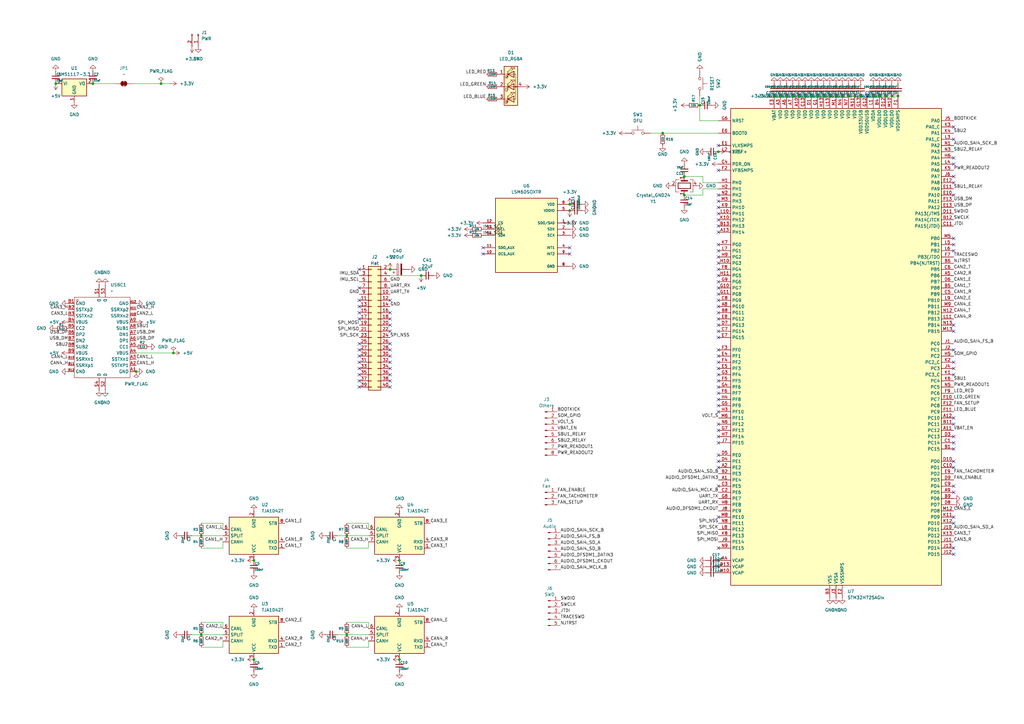
<source format=kicad_sch>
(kicad_sch (version 20250114) (generator "eeschema") (generator_version "9.0")
  (paper "A3")
  (title_block (title "Asius 1"))
  (lib_symbols
    (symbol "1_my_custom_symbol_lib:LSM6DSOXTR" (pin_names (offset 1.016))
      (property "Reference" "U" (at -12.7 16.002 0))
      (property "Value" "LSM6DSOXTR" (at -12.7 -17.78 0))
      (symbol "LSM6DSOXTR_0_0"
        (pin input line (at -17.78 5.08 0) (length 5.08) (name "CS") (number "12"))
        (pin input clock (at -17.78 2.54 0) (length 5.08) (name "SCL") (number "13"))
        (pin bidirectional line (at -17.78 0 0) (length 5.08) (name "SDA") (number "14"))
        (pin bidirectional line (at -17.78 -5.08 0) (length 5.08) (name "SDO_AUX") (number "11"))
        (pin bidirectional line (at -17.78 -7.62 0) (length 5.08) (name "OCS_AUX") (number "10"))
        (pin power_in line (at 17.78 12.7 180) (length 5.08) (name "VDD") (number "8"))
        (pin power_in line (at 17.78 10.16 180) (length 5.08) (name "VDDIO") (number "5"))
        (pin bidirectional line (at 17.78 5.08 180) (length 5.08) (name "SDO/SA0") (number "1"))
        (pin bidirectional line (at 17.78 2.54 180) (length 5.08) (name "SDX") (number "2"))
        (pin bidirectional line (at 17.78 0 180) (length 5.08) (name "SCX") (number "3"))
        (pin output line (at 17.78 -5.08 180) (length 5.08) (name "INT1") (number "4"))
        (pin output line (at 17.78 -7.62 180) (length 5.08) (name "INT2") (number "9"))
        (pin power_in line (at 17.78 -12.7 180) (length 5.08) (name "GND") (number "6"))
        (pin power_in line (at 17.78 -12.7 180) (length 5.08) (name "GND") (number "7"))
      )
    )
    (symbol "1_my_custom_symbol_lib:MY_C_SMALL" (pin_numbers (hide yes)) (pin_names (offset 0.254) (hide yes))
      (property "Reference" "C" (at 0.254 1.27 0))
      (property "Value" "MY_C_SMALL" (at 0.254 -1.27 0))
      (symbol "MY_C_SMALL_1_1"
        (pin passive line (at 0 2.54 270) (length 2.032) (name "~") (number "1"))
        (pin passive line (at 0 -2.54 90) (length 2.032) (name "~") (number "2"))
      )
    )
    (symbol "1_my_custom_symbol_lib:MY_R_SMALL" (pin_numbers (hide yes)) (pin_names (offset 0.254) (hide yes))
      (property "Reference" "R7" (at 1.27 0 0))
      (property "Value" "R" (at 0 0 90))
      (symbol "MY_R_SMALL_1_1"
        (pin passive line (at 0 2.54 270) (length 0.762) (name "~") (number "1"))
        (pin passive line (at 0 -2.54 90) (length 0.762) (name "~") (number "2"))
      )
    )
    (symbol "1_my_custom_symbol_lib:TYPE-C-31-M-04"
      (property "Reference" "USBC" (at 0 0 0))
      (symbol "TYPE-C-31-M-04_1_0"
        (pin power_in line (at -13.97 13.97 0) (length 2.54) (name "GND") (number "B1"))
        (pin bidirectional line (at -13.97 11.43 0) (length 2.54) (name "SSTXp2") (number "B2"))
        (pin bidirectional line (at -13.97 8.89 0) (length 2.54) (name "SSTXn2") (number "B3"))
        (pin power_in line (at -13.97 6.35 0) (length 2.54) (name "VBUS") (number "B4"))
        (pin bidirectional line (at -13.97 3.81 0) (length 2.54) (name "CC2") (number "B5"))
        (pin bidirectional line (at -13.97 1.27 0) (length 2.54) (name "DP2") (number "B6"))
        (pin bidirectional line (at -13.97 -1.27 0) (length 2.54) (name "DN2") (number "B7"))
        (pin bidirectional line (at -13.97 -3.81 0) (length 2.54) (name "SUB2") (number "B8"))
        (pin power_in line (at -13.97 -6.35 0) (length 2.54) (name "VBUS") (number "B9"))
        (pin bidirectional line (at -13.97 -8.89 0) (length 2.54) (name "SSRXn1") (number "B10"))
        (pin bidirectional line (at -13.97 -11.43 0) (length 2.54) (name "SSRXp1") (number "B11"))
        (pin power_in line (at -13.97 -13.97 0) (length 2.54) (name "GND") (number "B12"))
        (pin passive line (at -1.27 21.59 270) (length 5.08) (name "0") (number "S1"))
        (pin passive line (at -1.27 -21.59 90) (length 5.08) (name "0") (number "S4"))
        (pin passive line (at 1.27 21.59 270) (length 5.08) (name "0") (number "S3"))
        (pin passive line (at 1.27 -21.59 90) (length 5.08) (name "0") (number "S2"))
        (pin power_in line (at 13.97 13.97 180) (length 2.54) (name "GND") (number "A12"))
        (pin bidirectional line (at 13.97 11.43 180) (length 2.54) (name "SSRXp2") (number "A11"))
        (pin bidirectional line (at 13.97 8.89 180) (length 2.54) (name "SSRXn2") (number "A10"))
        (pin power_in line (at 13.97 6.35 180) (length 2.54) (name "VBUS") (number "A9"))
        (pin bidirectional line (at 13.97 3.81 180) (length 2.54) (name "SUB1") (number "A8"))
        (pin bidirectional line (at 13.97 1.27 180) (length 2.54) (name "DN1") (number "A7"))
        (pin bidirectional line (at 13.97 -1.27 180) (length 2.54) (name "DP1") (number "A6"))
        (pin bidirectional line (at 13.97 -3.81 180) (length 2.54) (name "CC1") (number "A5"))
        (pin power_in line (at 13.97 -6.35 180) (length 2.54) (name "VBUS") (number "A4"))
        (pin bidirectional line (at 13.97 -8.89 180) (length 2.54) (name "SSTXn1") (number "A3"))
        (pin bidirectional line (at 13.97 -11.43 180) (length 2.54) (name "SSTXP1") (number "A2"))
        (pin power_in line (at 13.97 -13.97 180) (length 2.54) (name "GND") (number "A1"))
      )
    )
    (symbol "Connector:Conn_01x02_Pin" (pin_names (offset 1.016) (hide yes))
      (property "Reference" "J" (at 0 2.54 0))
      (property "Value" "Conn_01x02_Pin" (at 0 -5.08 0))
      (symbol "Conn_01x02_Pin_1_1"
        (pin passive line (at 5.08 0 180) (length 3.81) (name "Pin_1") (number "1"))
        (pin passive line (at 5.08 -2.54 180) (length 3.81) (name "Pin_2") (number "2"))
      )
    )
    (symbol "Connector:Conn_01x03_Pin" (pin_names (offset 1.016) (hide yes))
      (property "Reference" "J" (at 0 5.08 0))
      (property "Value" "Conn_01x03_Pin" (at 0 -5.08 0))
      (symbol "Conn_01x03_Pin_1_1"
        (pin passive line (at 5.08 2.54 180) (length 3.81) (name "Pin_1") (number "1"))
        (pin passive line (at 5.08 0 180) (length 3.81) (name "Pin_2") (number "2"))
        (pin passive line (at 5.08 -2.54 180) (length 3.81) (name "Pin_3") (number "3"))
      )
    )
    (symbol "Connector:Conn_01x05_Pin" (pin_names (offset 1.016) (hide yes))
      (property "Reference" "J" (at 0 7.62 0))
      (property "Value" "Conn_01x05_Pin" (at 0 -7.62 0))
      (symbol "Conn_01x05_Pin_1_1"
        (pin passive line (at 5.08 5.08 180) (length 3.81) (name "Pin_1") (number "1"))
        (pin passive line (at 5.08 2.54 180) (length 3.81) (name "Pin_2") (number "2"))
        (pin passive line (at 5.08 0 180) (length 3.81) (name "Pin_3") (number "3"))
        (pin passive line (at 5.08 -2.54 180) (length 3.81) (name "Pin_4") (number "4"))
        (pin passive line (at 5.08 -5.08 180) (length 3.81) (name "Pin_5") (number "5"))
      )
    )
    (symbol "Connector:Conn_01x07_Pin" (pin_names (offset 1.016) (hide yes))
      (property "Reference" "J" (at 0 10.16 0))
      (property "Value" "Conn_01x07_Pin" (at 0 -10.16 0))
      (symbol "Conn_01x07_Pin_1_1"
        (pin passive line (at 5.08 7.62 180) (length 3.81) (name "Pin_1") (number "1"))
        (pin passive line (at 5.08 5.08 180) (length 3.81) (name "Pin_2") (number "2"))
        (pin passive line (at 5.08 2.54 180) (length 3.81) (name "Pin_3") (number "3"))
        (pin passive line (at 5.08 0 180) (length 3.81) (name "Pin_4") (number "4"))
        (pin passive line (at 5.08 -2.54 180) (length 3.81) (name "Pin_5") (number "5"))
        (pin passive line (at 5.08 -5.08 180) (length 3.81) (name "Pin_6") (number "6"))
        (pin passive line (at 5.08 -7.62 180) (length 3.81) (name "Pin_7") (number "7"))
      )
    )
    (symbol "Connector:Conn_01x08_Pin" (pin_names (offset 1.016) (hide yes))
      (property "Reference" "J" (at 0 10.16 0))
      (property "Value" "Conn_01x08_Pin" (at 0 -12.7 0))
      (symbol "Conn_01x08_Pin_1_1"
        (pin passive line (at 5.08 7.62 180) (length 3.81) (name "Pin_1") (number "1"))
        (pin passive line (at 5.08 5.08 180) (length 3.81) (name "Pin_2") (number "2"))
        (pin passive line (at 5.08 2.54 180) (length 3.81) (name "Pin_3") (number "3"))
        (pin passive line (at 5.08 0 180) (length 3.81) (name "Pin_4") (number "4"))
        (pin passive line (at 5.08 -2.54 180) (length 3.81) (name "Pin_5") (number "5"))
        (pin passive line (at 5.08 -5.08 180) (length 3.81) (name "Pin_6") (number "6"))
        (pin passive line (at 5.08 -7.62 180) (length 3.81) (name "Pin_7") (number "7"))
        (pin passive line (at 5.08 -10.16 180) (length 3.81) (name "Pin_8") (number "8"))
      )
    )
    (symbol "Connector_Generic:Conn_02x20_Odd_Even" (pin_names (offset 1.016) (hide yes))
      (property "Reference" "J" (at 1.27 25.4 0))
      (property "Value" "Conn_02x20_Odd_Even" (at 1.27 -27.94 0))
      (symbol "Conn_02x20_Odd_Even_1_1"
        (pin passive line (at -5.08 22.86 0) (length 3.81) (name "Pin_1") (number "1"))
        (pin passive line (at -5.08 20.32 0) (length 3.81) (name "Pin_3") (number "3"))
        (pin passive line (at -5.08 17.78 0) (length 3.81) (name "Pin_5") (number "5"))
        (pin passive line (at -5.08 15.24 0) (length 3.81) (name "Pin_7") (number "7"))
        (pin passive line (at -5.08 12.7 0) (length 3.81) (name "Pin_9") (number "9"))
        (pin passive line (at -5.08 10.16 0) (length 3.81) (name "Pin_11") (number "11"))
        (pin passive line (at -5.08 7.62 0) (length 3.81) (name "Pin_13") (number "13"))
        (pin passive line (at -5.08 5.08 0) (length 3.81) (name "Pin_15") (number "15"))
        (pin passive line (at -5.08 2.54 0) (length 3.81) (name "Pin_17") (number "17"))
        (pin passive line (at -5.08 0 0) (length 3.81) (name "Pin_19") (number "19"))
        (pin passive line (at -5.08 -2.54 0) (length 3.81) (name "Pin_21") (number "21"))
        (pin passive line (at -5.08 -5.08 0) (length 3.81) (name "Pin_23") (number "23"))
        (pin passive line (at -5.08 -7.62 0) (length 3.81) (name "Pin_25") (number "25"))
        (pin passive line (at -5.08 -10.16 0) (length 3.81) (name "Pin_27") (number "27"))
        (pin passive line (at -5.08 -12.7 0) (length 3.81) (name "Pin_29") (number "29"))
        (pin passive line (at -5.08 -15.24 0) (length 3.81) (name "Pin_31") (number "31"))
        (pin passive line (at -5.08 -17.78 0) (length 3.81) (name "Pin_33") (number "33"))
        (pin passive line (at -5.08 -20.32 0) (length 3.81) (name "Pin_35") (number "35"))
        (pin passive line (at -5.08 -22.86 0) (length 3.81) (name "Pin_37") (number "37"))
        (pin passive line (at -5.08 -25.4 0) (length 3.81) (name "Pin_39") (number "39"))
        (pin passive line (at 7.62 22.86 180) (length 3.81) (name "Pin_2") (number "2"))
        (pin passive line (at 7.62 20.32 180) (length 3.81) (name "Pin_4") (number "4"))
        (pin passive line (at 7.62 17.78 180) (length 3.81) (name "Pin_6") (number "6"))
        (pin passive line (at 7.62 15.24 180) (length 3.81) (name "Pin_8") (number "8"))
        (pin passive line (at 7.62 12.7 180) (length 3.81) (name "Pin_10") (number "10"))
        (pin passive line (at 7.62 10.16 180) (length 3.81) (name "Pin_12") (number "12"))
        (pin passive line (at 7.62 7.62 180) (length 3.81) (name "Pin_14") (number "14"))
        (pin passive line (at 7.62 5.08 180) (length 3.81) (name "Pin_16") (number "16"))
        (pin passive line (at 7.62 2.54 180) (length 3.81) (name "Pin_18") (number "18"))
        (pin passive line (at 7.62 0 180) (length 3.81) (name "Pin_20") (number "20"))
        (pin passive line (at 7.62 -2.54 180) (length 3.81) (name "Pin_22") (number "22"))
        (pin passive line (at 7.62 -5.08 180) (length 3.81) (name "Pin_24") (number "24"))
        (pin passive line (at 7.62 -7.62 180) (length 3.81) (name "Pin_26") (number "26"))
        (pin passive line (at 7.62 -10.16 180) (length 3.81) (name "Pin_28") (number "28"))
        (pin passive line (at 7.62 -12.7 180) (length 3.81) (name "Pin_30") (number "30"))
        (pin passive line (at 7.62 -15.24 180) (length 3.81) (name "Pin_32") (number "32"))
        (pin passive line (at 7.62 -17.78 180) (length 3.81) (name "Pin_34") (number "34"))
        (pin passive line (at 7.62 -20.32 180) (length 3.81) (name "Pin_36") (number "36"))
        (pin passive line (at 7.62 -22.86 180) (length 3.81) (name "Pin_38") (number "38"))
        (pin passive line (at 7.62 -25.4 180) (length 3.81) (name "Pin_40") (number "40"))
      )
    )
    (symbol "Device:C_Polarized" (pin_numbers (hide yes)) (pin_names (offset 0.254))
      (property "Reference" "C" (at 0.635 2.54 0))
      (property "Value" "C_Polarized" (at 0.635 -2.54 0))
      (symbol "C_Polarized_1_1"
        (pin passive line (at 0 3.81 270) (length 2.794) (name "~") (number "1"))
        (pin passive line (at 0 -3.81 90) (length 2.794) (name "~") (number "2"))
      )
    )
    (symbol "Device:C_Small" (pin_numbers (hide yes)) (pin_names (offset 0.254) (hide yes))
      (property "Reference" "C" (at 0.254 1.778 0))
      (property "Value" "C_Small" (at 0.254 -2.032 0))
      (symbol "C_Small_1_1"
        (pin passive line (at 0 2.54 270) (length 2.032) (name "~") (number "1"))
        (pin passive line (at 0 -2.54 90) (length 2.032) (name "~") (number "2"))
      )
    )
    (symbol "Device:Crystal_GND24" (pin_names (offset 1.016) (hide yes))
      (property "Reference" "Y" (at 3.175 5.08 0))
      (property "Value" "Crystal_GND24" (at 3.175 3.175 0))
      (symbol "Crystal_GND24_1_1"
        (pin passive line (at -3.81 0 0) (length 1.27) (name "1") (number "1"))
        (pin passive line (at 0 5.08 270) (length 1.27) (name "2") (number "2"))
        (pin passive line (at 0 -5.08 90) (length 1.27) (name "4") (number "4"))
        (pin passive line (at 3.81 0 180) (length 1.27) (name "3") (number "3"))
      )
    )
    (symbol "Device:LED_RGBA" (pin_names (offset 0) (hide yes))
      (property "Reference" "D" (at 0 9.398 0))
      (property "Value" "LED_RGBA" (at 0 -8.89 0))
      (symbol "LED_RGBA_0_0"
        (text "R" (at -1.905 3.81 0) (effects (font (size 1.27 1.27))))
        (text "G" (at -1.905 -1.27 0) (effects (font (size 1.27 1.27))))
        (text "B" (at -1.905 -6.35 0) (effects (font (size 1.27 1.27))))
      )
      (symbol "LED_RGBA_1_1"
        (pin passive line (at -5.08 5.08 0) (length 2.54) (name "RK") (number "1"))
        (pin passive line (at -5.08 0 0) (length 2.54) (name "GK") (number "2"))
        (pin passive line (at -5.08 -5.08 0) (length 2.54) (name "BK") (number "3"))
        (pin passive line (at 5.08 0 180) (length 2.54) (name "A") (number "4"))
      )
    )
    (symbol "Interface_CAN_LIN:TJA1042T"
      (property "Reference" "U" (at -10.16 8.89 0))
      (property "Value" "TJA1042T" (at 1.27 8.89 0))
      (symbol "TJA1042T_1_1"
        (pin input line (at -12.7 5.08 0) (length 2.54) (name "TXD") (number "1"))
        (pin output line (at -12.7 2.54 0) (length 2.54) (name "RXD") (number "4"))
        (pin input line (at -12.7 -5.08 0) (length 2.54) (name "STB") (number "8"))
        (pin power_in line (at 0 10.16 270) (length 2.54) (name "VCC") (number "3"))
        (pin power_in line (at 0 -10.16 90) (length 2.54) (name "GND") (number "2"))
        (pin bidirectional line (at 12.7 2.54 180) (length 2.54) (name "CANH") (number "7"))
        (pin power_out line (at 12.7 0 180) (length 2.54) (name "SPLIT") (number "5"))
        (pin bidirectional line (at 12.7 -2.54 180) (length 2.54) (name "CANL") (number "6"))
      )
    )
    (symbol "Jumper:SolderJumper_2_Bridged" (pin_numbers (hide yes)) (pin_names (offset 0) (hide yes)) (in_bom no)
      (property "Reference" "JP" (at 0 2.032 0))
      (property "Value" "SolderJumper_2_Bridged" (at 0 -2.54 0))
      (symbol "SolderJumper_2_Bridged_1_1"
        (pin passive line (at -3.81 0 0) (length 2.54) (name "A") (number "1"))
        (pin passive line (at 3.81 0 180) (length 2.54) (name "B") (number "2"))
      )
    )
    (symbol "MCU_ST_STM32H7:STM32H725AGIx"
      (property "Reference" "U" (at -43.18 100.33 0))
      (property "Value" "STM32H725AGIx" (at 27.94 100.33 0))
      (symbol "STM32H725AGIx_1_1"
        (pin input line (at -48.26 93.98 0) (length 5.08) (name "NRST") (number "G6"))
        (pin input line (at -48.26 88.9 0) (length 5.08) (name "BOOT0") (number "E6"))
        (pin power_in line (at -48.26 83.82 0) (length 5.08) (name "VLXSMPS") (number "E1"))
        (pin input line (at -48.26 81.28 0) (length 5.08) (name "VREF+") (number "L2"))
        (pin input line (at -48.26 76.2 0) (length 5.08) (name "PDR_ON") (number "C4"))
        (pin input line (at -48.26 73.66 0) (length 5.08) (name "VFBSMPS") (number "F2"))
        (pin bidirectional line (at -48.26 68.58 0) (length 5.08) (name "PH0") (number "H1"))
        (pin bidirectional line (at -48.26 66.04 0) (length 5.08) (name "PH1") (number "H2"))
        (pin bidirectional line (at -48.26 63.5 0) (length 5.08) (name "PH2") (number "N2"))
        (pin bidirectional line (at -48.26 60.96 0) (length 5.08) (name "PH3") (number "M3"))
        (pin bidirectional line (at -48.26 58.42 0) (length 5.08) (name "PH10") (number "K9"))
        (pin bidirectional line (at -48.26 55.88 0) (length 5.08) (name "PH11") (number "L10"))
        (pin bidirectional line (at -48.26 53.34 0) (length 5.08) (name "PH12") (number "K10"))
        (pin bidirectional line (at -48.26 50.8 0) (length 5.08) (name "PH13") (number "B13"))
        (pin bidirectional line (at -48.26 48.26 0) (length 5.08) (name "PH14") (number "A13"))
        (pin bidirectional line (at -48.26 43.18 0) (length 5.08) (name "PG0") (number "K7"))
        (pin bidirectional line (at -48.26 40.64 0) (length 5.08) (name "PG1") (number "L7"))
        (pin bidirectional line (at -48.26 38.1 0) (length 5.08) (name "PG2") (number "H9"))
        (pin bidirectional line (at -48.26 35.56 0) (length 5.08) (name "PG3") (number "H10"))
        (pin bidirectional line (at -48.26 33.02 0) (length 5.08) (name "PG4") (number "F8"))
        (pin bidirectional line (at -48.26 30.48 0) (length 5.08) (name "PG5") (number "H11"))
        (pin bidirectional line (at -48.26 27.94 0) (length 5.08) (name "PG6") (number "G9"))
        (pin bidirectional line (at -48.26 25.4 0) (length 5.08) (name "PG7") (number "G10"))
        (pin bidirectional line (at -48.26 22.86 0) (length 5.08) (name "PG8") (number "G11"))
        (pin bidirectional line (at -48.26 20.32 0) (length 5.08) (name "PG9") (number "C8"))
        (pin bidirectional line (at -48.26 17.78 0) (length 5.08) (name "PG10") (number "A8"))
        (pin bidirectional line (at -48.26 15.24 0) (length 5.08) (name "PG11") (number "B8"))
        (pin bidirectional line (at -48.26 12.7 0) (length 5.08) (name "PG12") (number "E8"))
        (pin bidirectional line (at -48.26 10.16 0) (length 5.08) (name "PG13") (number "D7"))
        (pin bidirectional line (at -48.26 7.62 0) (length 5.08) (name "PG14") (number "C7"))
        (pin bidirectional line (at -48.26 5.08 0) (length 5.08) (name "PG15") (number "E7"))
        (pin bidirectional line (at -48.26 0 0) (length 5.08) (name "PF0") (number "F3"))
        (pin bidirectional line (at -48.26 -2.54 0) (length 5.08) (name "PF1") (number "E4"))
        (pin bidirectional line (at -48.26 -5.08 0) (length 5.08) (name "PF2") (number "F4"))
        (pin bidirectional line (at -48.26 -7.62 0) (length 5.08) (name "PF3") (number "E5"))
        (pin bidirectional line (at -48.26 -10.16 0) (length 5.08) (name "PF4") (number "G3"))
        (pin bidirectional line (at -48.26 -12.7 0) (length 5.08) (name "PF5") (number "F5"))
        (pin bidirectional line (at -48.26 -15.24 0) (length 5.08) (name "PF6") (number "G4"))
        (pin bidirectional line (at -48.26 -17.78 0) (length 5.08) (name "PF7") (number "F6"))
        (pin bidirectional line (at -48.26 -20.32 0) (length 5.08) (name "PF8") (number "H4"))
        (pin bidirectional line (at -48.26 -22.86 0) (length 5.08) (name "PF9") (number "G5"))
        (pin bidirectional line (at -48.26 -25.4 0) (length 5.08) (name "PF10") (number "H3"))
        (pin bidirectional line (at -48.26 -27.94 0) (length 5.08) (name "PF11") (number "M6"))
        (pin bidirectional line (at -48.26 -30.48 0) (length 5.08) (name "PF12") (number "N6"))
        (pin bidirectional line (at -48.26 -33.02 0) (length 5.08) (name "PF13") (number "G7"))
        (pin bidirectional line (at -48.26 -35.56 0) (length 5.08) (name "PF14") (number "H7"))
        (pin bidirectional line (at -48.26 -38.1 0) (length 5.08) (name "PF15") (number "J7"))
        (pin bidirectional line (at -48.26 -43.18 0) (length 5.08) (name "PE0") (number "D5"))
        (pin bidirectional line (at -48.26 -45.72 0) (length 5.08) (name "PE1") (number "D4"))
        (pin bidirectional line (at -48.26 -48.26 0) (length 5.08) (name "PE2") (number "A2"))
        (pin bidirectional line (at -48.26 -50.8 0) (length 5.08) (name "PE3") (number "B2"))
        (pin bidirectional line (at -48.26 -53.34 0) (length 5.08) (name "PE4") (number "A1"))
        (pin bidirectional line (at -48.26 -55.88 0) (length 5.08) (name "PE5") (number "C3"))
        (pin bidirectional line (at -48.26 -58.42 0) (length 5.08) (name "PE6") (number "C2"))
        (pin bidirectional line (at -48.26 -60.96 0) (length 5.08) (name "PE7") (number "G8"))
        (pin bidirectional line (at -48.26 -63.5 0) (length 5.08) (name "PE8") (number "H8"))
        (pin bidirectional line (at -48.26 -66.04 0) (length 5.08) (name "PE9") (number "J8"))
        (pin bidirectional line (at -48.26 -68.58 0) (length 5.08) (name "PE10") (number "M8"))
        (pin bidirectional line (at -48.26 -71.12 0) (length 5.08) (name "PE11") (number "N8"))
        (pin bidirectional line (at -48.26 -73.66 0) (length 5.08) (name "PE12") (number "L8"))
        (pin bidirectional line (at -48.26 -76.2 0) (length 5.08) (name "PE13") (number "K8"))
        (pin bidirectional line (at -48.26 -78.74 0) (length 5.08) (name "PE14") (number "J9"))
        (pin bidirectional line (at -48.26 -81.28 0) (length 5.08) (name "PE15") (number "N9"))
        (pin power_out line (at -48.26 -86.36 0) (length 5.08) (name "VCAP") (number "A4"))
        (pin power_out line (at -48.26 -88.9 0) (length 5.08) (name "VCAP") (number "D13"))
        (pin power_out line (at -48.26 -91.44 0) (length 5.08) (name "VCAP") (number "N10"))
        (pin power_in line (at -25.4 104.14 270) (length 5.08) (name "VBAT") (number "E3"))
        (pin power_in line (at -22.86 104.14 270) (length 5.08) (name "VDD") (number "A3"))
        (pin power_in line (at -20.32 104.14 270) (length 5.08) (name "VDD") (number "A6"))
        (pin power_in line (at -17.78 104.14 270) (length 5.08) (name "VDD") (number "A7"))
        (pin power_in line (at -15.24 104.14 270) (length 5.08) (name "VDD") (number "A10"))
        (pin power_in line (at -12.7 104.14 270) (length 5.08) (name "VDD") (number "C13"))
        (pin power_in line (at -10.16 104.14 270) (length 5.08) (name "VDD") (number "D1"))
        (pin power_in line (at -7.62 104.14 270) (length 5.08) (name "VDD") (number "G1"))
        (pin power_in line (at -5.08 104.14 270) (length 5.08) (name "VDD") (number "H13"))
        (pin power_in line (at -2.54 104.14 270) (length 5.08) (name "VDD") (number "L13"))
        (pin passive line (at -2.54 -101.6 90) (length 5.08) (hide yes) (name "VSS") (number "B10"))
        (pin power_in line (at -2.54 -101.6 90) (length 5.08) (name "VSS") (number "B3"))
        (pin passive line (at -2.54 -101.6 90) (length 5.08) (hide yes) (name "VSS") (number "B7"))
        (pin passive line (at -2.54 -101.6 90) (length 5.08) (hide yes) (name "VSS") (number "C12"))
        (pin passive line (at -2.54 -101.6 90) (length 5.08) (hide yes) (name "VSS") (number "D2"))
        (pin passive line (at -2.54 -101.6 90) (length 5.08) (hide yes) (name "VSS") (number "G2"))
        (pin passive line (at -2.54 -101.6 90) (length 5.08) (hide yes) (name "VSS") (number "H12"))
        (pin passive line (at -2.54 -101.6 90) (length 5.08) (hide yes) (name "VSS") (number "L12"))
        (pin passive line (at -2.54 -101.6 90) (length 5.08) (hide yes) (name "VSS") (number "M11"))
        (pin passive line (at -2.54 -101.6 90) (length 5.08) (hide yes) (name "VSS") (number "M2"))
        (pin passive line (at -2.54 -101.6 90) (length 5.08) (hide yes) (name "VSS") (number "M4"))
        (pin passive line (at -2.54 -101.6 90) (length 5.08) (hide yes) (name "VSS") (number "M7"))
        (pin power_in line (at 0 104.14 270) (length 5.08) (name "VDD") (number "M1"))
        (pin power_in line (at 0 -101.6 90) (length 5.08) (name "VSSA") (number "J3"))
        (pin power_in line (at 2.54 104.14 270) (length 5.08) (name "VDD") (number "N4"))
        (pin power_in line (at 2.54 -101.6 90) (length 5.08) (name "VSSSMPS") (number "E2"))
        (pin power_in line (at 5.08 104.14 270) (length 5.08) (name "VDD") (number "N7"))
        (pin power_in line (at 7.62 104.14 270) (length 5.08) (name "VDD") (number "N11"))
        (pin power_in line (at 10.16 104.14 270) (length 5.08) (name "VDD33USB") (number "G13"))
        (pin power_in line (at 12.7 104.14 270) (length 5.08) (name "VDD50USB") (number "G12"))
        (pin power_in line (at 15.24 104.14 270) (length 5.08) (name "VDDA") (number "L1"))
        (pin power_in line (at 17.78 104.14 270) (length 5.08) (name "VDDLDO") (number "B4"))
        (pin power_in line (at 20.32 104.14 270) (length 5.08) (name "VDDLDO") (number "D12"))
        (pin power_in line (at 22.86 104.14 270) (length 5.08) (name "VDDLDO") (number "M10"))
        (pin power_in line (at 25.4 104.14 270) (length 5.08) (name "VDDSMPS") (number "F1"))
        (pin bidirectional line (at 48.26 93.98 180) (length 5.08) (name "PA0") (number "J5"))
        (pin bidirectional line (at 48.26 91.44 180) (length 5.08) (name "PA0_C") (number "K3"))
        (pin bidirectional line (at 48.26 88.9 180) (length 5.08) (name "PA1") (number "K4"))
        (pin bidirectional line (at 48.26 86.36 180) (length 5.08) (name "PA1_C") (number "L3"))
        (pin bidirectional line (at 48.26 83.82 180) (length 5.08) (name "PA2") (number "N1"))
        (pin bidirectional line (at 48.26 81.28 180) (length 5.08) (name "PA3") (number "N3"))
        (pin bidirectional line (at 48.26 78.74 180) (length 5.08) (name "PA4") (number "H6"))
        (pin bidirectional line (at 48.26 76.2 180) (length 5.08) (name "PA5") (number "L4"))
        (pin bidirectional line (at 48.26 73.66 180) (length 5.08) (name "PA6") (number "K5"))
        (pin bidirectional line (at 48.26 71.12 180) (length 5.08) (name "PA7") (number "J6"))
        (pin bidirectional line (at 48.26 68.58 180) (length 5.08) (name "PA8") (number "E12"))
        (pin bidirectional line (at 48.26 66.04 180) (length 5.08) (name "PA9") (number "E11"))
        (pin bidirectional line (at 48.26 63.5 180) (length 5.08) (name "PA10") (number "E10"))
        (pin bidirectional line (at 48.26 60.96 180) (length 5.08) (name "PA11") (number "F13"))
        (pin bidirectional line (at 48.26 58.42 180) (length 5.08) (name "PA12") (number "E13"))
        (pin bidirectional line (at 48.26 55.88 180) (length 5.08) (name "PA13(JTMS") (number "D11"))
        (pin bidirectional line (at 48.26 53.34 180) (length 5.08) (name "PA14(JTCK") (number "B12"))
        (pin bidirectional line (at 48.26 50.8 180) (length 5.08) (name "PA15(JTDI)") (number "C11"))
        (pin bidirectional line (at 48.26 45.72 180) (length 5.08) (name "PB0") (number "M5"))
        (pin bidirectional line (at 48.26 43.18 180) (length 5.08) (name "PB1") (number "L5"))
        (pin bidirectional line (at 48.26 40.64 180) (length 5.08) (name "PB2") (number "L6"))
        (pin bidirectional line (at 48.26 38.1 180) (length 5.08) (name "PB3(JTDO") (number "F7"))
        (pin bidirectional line (at 48.26 35.56 180) (length 5.08) (name "PB4(NJTRST)") (number "B6"))
        (pin bidirectional line (at 48.26 33.02 180) (length 5.08) (name "PB5") (number "C6"))
        (pin bidirectional line (at 48.26 30.48 180) (length 5.08) (name "PB6") (number "A5"))
        (pin bidirectional line (at 48.26 27.94 180) (length 5.08) (name "PB7") (number "D6"))
        (pin bidirectional line (at 48.26 25.4 180) (length 5.08) (name "PB8") (number "B5"))
        (pin bidirectional line (at 48.26 22.86 180) (length 5.08) (name "PB9") (number "C5"))
        (pin bidirectional line (at 48.26 20.32 180) (length 5.08) (name "PB10") (number "L9"))
        (pin bidirectional line (at 48.26 17.78 180) (length 5.08) (name "PB11") (number "M9"))
        (pin bidirectional line (at 48.26 15.24 180) (length 5.08) (name "PB12") (number "N12"))
        (pin bidirectional line (at 48.26 12.7 180) (length 5.08) (name "PB13") (number "L11"))
        (pin bidirectional line (at 48.26 10.16 180) (length 5.08) (name "PB14") (number "N13"))
        (pin bidirectional line (at 48.26 7.62 180) (length 5.08) (name "PB15") (number "M13"))
        (pin bidirectional line (at 48.26 2.54 180) (length 5.08) (name "PC0") (number "J1"))
        (pin bidirectional line (at 48.26 0 180) (length 5.08) (name "PC1") (number "J2"))
        (pin bidirectional line (at 48.26 -2.54 180) (length 5.08) (name "PC2") (number "H5"))
        (pin bidirectional line (at 48.26 -5.08 180) (length 5.08) (name "PC2_C") (number "K2"))
        (pin bidirectional line (at 48.26 -7.62 180) (length 5.08) (name "PC3") (number "J4"))
        (pin bidirectional line (at 48.26 -10.16 180) (length 5.08) (name "PC3_C") (number "K1"))
        (pin bidirectional line (at 48.26 -12.7 180) (length 5.08) (name "PC4") (number "K6"))
        (pin bidirectional line (at 48.26 -15.24 180) (length 5.08) (name "PC5") (number "N5"))
        (pin bidirectional line (at 48.26 -17.78 180) (length 5.08) (name "PC6") (number "F9"))
        (pin bidirectional line (at 48.26 -20.32 180) (length 5.08) (name "PC7") (number "F10"))
        (pin bidirectional line (at 48.26 -22.86 180) (length 5.08) (name "PC8") (number "F12"))
        (pin bidirectional line (at 48.26 -25.4 180) (length 5.08) (name "PC9") (number "F11"))
        (pin bidirectional line (at 48.26 -27.94 180) (length 5.08) (name "PC10") (number "A12"))
        (pin bidirectional line (at 48.26 -30.48 180) (length 5.08) (name "PC11") (number "B11"))
        (pin bidirectional line (at 48.26 -33.02 180) (length 5.08) (name "PC12") (number "A11"))
        (pin bidirectional line (at 48.26 -35.56 180) (length 5.08) (name "PC13") (number "D3"))
        (pin bidirectional line (at 48.26 -38.1 180) (length 5.08) (name "PC14") (number "C1"))
        (pin bidirectional line (at 48.26 -40.64 180) (length 5.08) (name "PC15") (number "B1"))
        (pin bidirectional line (at 48.26 -45.72 180) (length 5.08) (name "PD0") (number "D10"))
        (pin bidirectional line (at 48.26 -48.26 180) (length 5.08) (name "PD1") (number "C10"))
        (pin bidirectional line (at 48.26 -50.8 180) (length 5.08) (name "PD2") (number "E9"))
        (pin bidirectional line (at 48.26 -53.34 180) (length 5.08) (name "PD3") (number "D9"))
        (pin bidirectional line (at 48.26 -55.88 180) (length 5.08) (name "PD4") (number "C9"))
        (pin bidirectional line (at 48.26 -58.42 180) (length 5.08) (name "PD5") (number "A9"))
        (pin bidirectional line (at 48.26 -60.96 180) (length 5.08) (name "PD6") (number "B9"))
        (pin bidirectional line (at 48.26 -63.5 180) (length 5.08) (name "PD7") (number "D8"))
        (pin bidirectional line (at 48.26 -66.04 180) (length 5.08) (name "PD8") (number "M12"))
        (pin bidirectional line (at 48.26 -68.58 180) (length 5.08) (name "PD9") (number "K11"))
        (pin bidirectional line (at 48.26 -71.12 180) (length 5.08) (name "PD10") (number "K12"))
        (pin bidirectional line (at 48.26 -73.66 180) (length 5.08) (name "PD11") (number "J10"))
        (pin bidirectional line (at 48.26 -76.2 180) (length 5.08) (name "PD12") (number "K13"))
        (pin bidirectional line (at 48.26 -78.74 180) (length 5.08) (name "PD13") (number "J11"))
        (pin bidirectional line (at 48.26 -81.28 180) (length 5.08) (name "PD14") (number "J13"))
        (pin bidirectional line (at 48.26 -83.82 180) (length 5.08) (name "PD15") (number "J12"))
      )
    )
    (symbol "Regulator_Linear:AMS1117-3.3"
      (property "Reference" "U" (at -3.81 3.175 0))
      (property "Value" "AMS1117-3.3" (at 0 3.175 0))
      (symbol "AMS1117-3.3_1_1"
        (pin power_in line (at -7.62 0 0) (length 2.54) (name "VI") (number "3"))
        (pin power_in line (at 0 -7.62 90) (length 2.54) (name "GND") (number "1"))
        (pin power_out line (at 7.62 0 180) (length 2.54) (name "VO") (number "2"))
      )
    )
    (symbol "Switch:SW_Push" (pin_numbers (hide yes)) (pin_names (offset 1.016) (hide yes))
      (property "Reference" "SW" (at 1.27 2.54 0))
      (property "Value" "SW_Push" (at 0 -1.524 0))
      (symbol "SW_Push_0_1"
        (pin passive line (at -5.08 0 0) (length 2.54) (name "1") (number "1"))
        (pin passive line (at 5.08 0 180) (length 2.54) (name "2") (number "2"))
      )
    )
    (symbol "power:+3.3V" (power) (pin_numbers (hide yes)) (pin_names (offset 0) (hide yes))
      (property "Value" "+3.3V" (at 0 3.556 0))
      (symbol "+3.3V_1_1"
        (pin power_in line (at 0 0 90) (length 0) (name "~") (number "1"))
      )
    )
    (symbol "power:+5V" (power) (pin_numbers (hide yes)) (pin_names (offset 0) (hide yes))
      (property "Value" "+5V" (at 0 3.556 0))
      (symbol "+5V_1_1"
        (pin power_in line (at 0 0 90) (length 0) (name "~") (number "1"))
      )
    )
    (symbol "power:GND" (power) (pin_numbers (hide yes)) (pin_names (offset 0) (hide yes))
      (property "Value" "GND" (at 0 -3.81 0))
      (symbol "GND_1_1"
        (pin power_in line (at 0 0 270) (length 0) (name "~") (number "1"))
      )
    )
    (symbol "power:PWR_FLAG" (power) (pin_numbers (hide yes)) (pin_names (offset 0) (hide yes))
      (property "Value" "PWR_FLAG" (at 0 3.81 0))
      (symbol "PWR_FLAG_0_0"
        (pin power_out line (at 0 0 90) (length 0) (name "~") (number "1"))
      )
    )
  )
  (junction (at 330.2 39.37))
  (junction (at 160.02 110.49))
  (junction (at 294.64 62.23))
  (junction (at 233.68 83.82))
  (junction (at 233.68 86.36))
  (junction (at 337.82 39.37))
  (junction (at 358.14 39.37))
  (junction (at 66.04 34.29))
  (junction (at 271.78 54.61))
  (junction (at 345.44 39.37))
  (junction (at 163.83 229.87))
  (junction (at 340.36 39.37))
  (junction (at 363.22 39.37))
  (junction (at 104.14 229.87))
  (junction (at 280.67 80.01))
  (junction (at 55.88 152.4))
  (junction (at 365.76 39.37))
  (junction (at 104.14 270.51))
  (junction (at 142.24 260.35))
  (junction (at 163.83 270.51))
  (junction (at 317.5 39.37))
  (junction (at 332.74 39.37))
  (junction (at 368.3 39.37))
  (junction (at 322.58 39.37))
  (junction (at 327.66 39.37))
  (junction (at 320.04 39.37))
  (junction (at 342.9 39.37))
  (junction (at 82.55 260.35))
  (junction (at 22.86 34.29))
  (junction (at 142.24 219.71))
  (junction (at 347.98 39.37))
  (junction (at 172.72 113.03))
  (junction (at 287.02 43.18))
  (junction (at 71.12 144.78))
  (junction (at 82.55 219.71))
  (junction (at 360.68 39.37))
  (junction (at 350.52 39.37))
  (junction (at 325.12 39.37))
  (junction (at 353.06 39.37))
  (junction (at 280.67 72.39))
  (junction (at 38.1 34.29))
  (junction (at 335.28 39.37))
  (no_connect (at 160.02 133.35))
  (no_connect (at 391.16 201.93))
  (no_connect (at 294.64 199.39))
  (no_connect (at 160.02 143.51))
  (no_connect (at 160.02 148.59))
  (no_connect (at 391.16 97.79))
  (no_connect (at 294.64 181.61))
  (no_connect (at 391.16 135.89))
  (no_connect (at 147.32 125.73))
  (no_connect (at 160.02 130.81))
  (no_connect (at 147.32 153.67))
  (no_connect (at 294.64 100.33))
  (no_connect (at 294.64 173.99))
  (no_connect (at 391.16 191.77))
  (no_connect (at 294.64 80.01))
  (no_connect (at 147.32 143.51))
  (no_connect (at 391.16 189.23))
  (no_connect (at 233.68 104.14))
  (no_connect (at 391.16 64.77))
  (no_connect (at 294.64 156.21))
  (no_connect (at 147.32 140.97))
  (no_connect (at 294.64 123.19))
  (no_connect (at 160.02 151.13))
  (no_connect (at 147.32 146.05))
  (no_connect (at 160.02 158.75))
  (no_connect (at 294.64 133.35))
  (no_connect (at 391.16 72.39))
  (no_connect (at 294.64 90.17))
  (no_connect (at 391.16 143.51))
  (no_connect (at 147.32 128.27))
  (no_connect (at 294.64 118.11))
  (no_connect (at 391.16 57.15))
  (no_connect (at 294.64 128.27))
  (no_connect (at 294.64 120.65))
  (no_connect (at 160.02 156.21))
  (no_connect (at 294.64 161.29))
  (no_connect (at 294.64 186.69))
  (no_connect (at 391.16 100.33))
  (no_connect (at 160.02 123.19))
  (no_connect (at 391.16 179.07))
  (no_connect (at 391.16 74.93))
  (no_connect (at 198.12 101.6))
  (no_connect (at 294.64 163.83))
  (no_connect (at 391.16 171.45))
  (no_connect (at 294.64 176.53))
  (no_connect (at 294.64 102.87))
  (no_connect (at 391.16 148.59))
  (no_connect (at 391.16 153.67))
  (no_connect (at 294.64 125.73))
  (no_connect (at 391.16 80.01))
  (no_connect (at 391.16 184.15))
  (no_connect (at 391.16 199.39))
  (no_connect (at 391.16 151.13))
  (no_connect (at 147.32 110.49))
  (no_connect (at 294.64 158.75))
  (no_connect (at 294.64 92.71))
  (no_connect (at 391.16 181.61))
  (no_connect (at 147.32 123.19))
  (no_connect (at 294.64 151.13))
  (no_connect (at 160.02 135.89))
  (no_connect (at 391.16 214.63))
  (no_connect (at 233.68 101.6))
  (no_connect (at 355.6 39.37))
  (no_connect (at 147.32 148.59))
  (no_connect (at 391.16 133.35))
  (no_connect (at 294.64 146.05))
  (no_connect (at 294.64 148.59))
  (no_connect (at 294.64 110.49))
  (no_connect (at 160.02 140.97))
  (no_connect (at 198.12 104.14))
  (no_connect (at 294.64 130.81))
  (no_connect (at 391.16 224.79))
  (no_connect (at 160.02 146.05))
  (no_connect (at 147.32 130.81))
  (no_connect (at 294.64 113.03))
  (no_connect (at 294.64 107.95))
  (no_connect (at 147.32 158.75))
  (no_connect (at 294.64 168.91))
  (no_connect (at 294.64 166.37))
  (no_connect (at 294.64 85.09))
  (no_connect (at 160.02 153.67))
  (no_connect (at 391.16 67.31))
  (no_connect (at 294.64 138.43))
  (no_connect (at 294.64 95.25))
  (no_connect (at 147.32 156.21))
  (no_connect (at 294.64 69.85))
  (no_connect (at 294.64 179.07))
  (no_connect (at 294.64 115.57))
  (no_connect (at 294.64 105.41))
  (no_connect (at 294.64 212.09))
  (no_connect (at 160.02 128.27))
  (no_connect (at 294.64 87.63))
  (no_connect (at 391.16 227.33))
  (no_connect (at 294.64 153.67))
  (no_connect (at 147.32 151.13))
  (no_connect (at 391.16 173.99))
  (no_connect (at 294.64 143.51))
  (no_connect (at 294.64 224.79))
  (no_connect (at 294.64 189.23))
  (no_connect (at 147.32 118.11))
  (no_connect (at 391.16 102.87))
  (no_connect (at 391.16 212.09))
  (no_connect (at 294.64 135.89))
  (no_connect (at 294.64 59.69))
  (no_connect (at 294.64 82.55))
  (no_connect (at 294.64 191.77))
  (no_connect (at 391.16 52.07))
  (wire (pts (xy 91.44 224.79) (xy 91.44 222.25)))
  (wire (pts (xy 142.24 265.43) (xy 151.13 265.43)))
  (wire (pts (xy 151.13 255.27) (xy 151.13 257.81)))
  (wire (pts (xy 82.55 224.79) (xy 91.44 224.79)))
  (wire (pts (xy 288.29 74.93) (xy 294.64 74.93)))
  (wire (pts (xy 294.64 49.53) (xy 287.02 49.53)))
  (wire (pts (xy 142.24 224.79) (xy 151.13 224.79)))
  (wire (pts (xy 151.13 265.43) (xy 151.13 262.89)))
  (wire (pts (xy 142.24 214.63) (xy 151.13 214.63)))
  (wire (pts (xy 54.61 34.29) (xy 66.04 34.29)))
  (wire (pts (xy 82.55 219.71) (xy 91.44 219.71)))
  (wire (pts (xy 288.29 77.47) (xy 288.29 80.01)))
  (wire (pts (xy 38.1 34.29) (xy 46.99 34.29)))
  (wire (pts (xy 78.74 219.71) (xy 82.55 219.71)))
  (wire (pts (xy 91.44 214.63) (xy 91.44 217.17)))
  (wire (pts (xy 91.44 265.43) (xy 91.44 262.89)))
  (wire (pts (xy 160.02 113.03) (xy 172.72 113.03)))
  (wire (pts (xy 142.24 260.35) (xy 151.13 260.35)))
  (wire (pts (xy 288.29 72.39) (xy 288.29 74.93)))
  (wire (pts (xy 138.43 260.35) (xy 142.24 260.35)))
  (wire (pts (xy 287.02 49.53) (xy 287.02 43.18)))
  (wire (pts (xy 288.29 77.47) (xy 294.64 77.47)))
  (wire (pts (xy 91.44 255.27) (xy 91.44 257.81)))
  (wire (pts (xy 142.24 219.71) (xy 151.13 219.71)))
  (wire (pts (xy 82.55 255.27) (xy 91.44 255.27)))
  (wire (pts (xy 151.13 214.63) (xy 151.13 217.17)))
  (wire (pts (xy 66.04 34.29) (xy 69.85 34.29)))
  (wire (pts (xy 271.78 54.61) (xy 294.64 54.61)))
  (wire (pts (xy 288.29 80.01) (xy 280.67 80.01)))
  (wire (pts (xy 280.67 72.39) (xy 288.29 72.39)))
  (wire (pts (xy 151.13 224.79) (xy 151.13 222.25)))
  (wire (pts (xy 82.55 260.35) (xy 91.44 260.35)))
  (wire (pts (xy 82.55 214.63) (xy 91.44 214.63)))
  (wire (pts (xy 71.12 144.78) (xy 55.88 144.78)))
  (wire (pts (xy 82.55 265.43) (xy 91.44 265.43)))
  (wire (pts (xy 271.78 54.61) (xy 266.7 54.61)))
  (wire (pts (xy 142.24 255.27) (xy 151.13 255.27)))
  (wire (pts (xy 138.43 219.71) (xy 142.24 219.71)))
  (wire (pts (xy 78.74 260.35) (xy 82.55 260.35)))
  (wire (pts (xy 287.02 43.18) (xy 287.02 39.37)))
  (label "SOM_GPIO" (at 391.16 146.05 0))
  (label "SPI_MOSI" (at 147.32 133.35 180))
  (label "VOLT_S" (at 294.64 171.45 180))
  (label "LED_BLUE" (at 391.16 168.91 0))
  (label "SPI_SCK" (at 294.64 217.17 180))
  (label "USB_DP" (at 391.16 85.09 0))
  (label "AUDIO_SAI4_MCLK_B" (at 229.87 233.68 0))
  (label "UART_RX" (at 160.02 118.11 0))
  (label "CAN1_R" (at 116.84 222.25 0))
  (label "FAN_TACHOMETER" (at 228.6 204.47 0))
  (label "CAN3_E" (at 176.53 214.63 0))
  (label "CAN1_T" (at 116.84 224.79 0))
  (label "FAN_SETUP" (at 391.16 166.37 0))
  (label "NJTRST" (at 229.87 256.54 0))
  (label "CAN3_T" (at 391.16 219.71 0))
  (label "NJTRST" (at 391.16 107.95 0))
  (label "USB_DM" (at 391.16 82.55 0))
  (label "LED_RED" (at 391.16 161.29 0))
  (label "AUDIO_DFSDM1_DATIN3" (at 229.87 228.6 0))
  (label "AUDIO_SAI4_SD_B" (at 229.87 226.06 0))
  (label "CAN2_T" (at 116.84 265.43 0))
  (label "CAN1_H" (at 91.44 222.25 180))
  (label "CAN2_H" (at 91.44 262.89 180))
  (label "AUDIO_SAI4_SD_A" (at 391.16 217.17 0))
  (label "PWR_READOUT2" (at 228.6 186.69 0))
  (label "CAN4_L" (at 27.94 147.32 180))
  (label "IMU_SDA" (at 147.32 113.03 180))
  (label "AUDIO_SAI4_SCK_B" (at 391.16 59.69 0))
  (label "AUDIO_SAI4_FS_B" (at 391.16 140.97 0))
  (label "AUDIO_SAI4_SD_A" (at 229.87 223.52 0))
  (label "CAN4_E" (at 391.16 125.73 0))
  (label "SBU2_RELAY" (at 228.6 181.61 0))
  (label "SPI_MISO" (at 294.64 219.71 180))
  (label "SWCLK" (at 229.87 248.92 0))
  (label "CAN2_E" (at 391.16 123.19 0))
  (label "LED_RED" (at 199.39 30.48 180))
  (label "USB_DP" (at 55.88 139.7 0))
  (label "CAN2_R" (at 116.84 262.89 0))
  (label "CAN4_L" (at 151.13 257.81 180))
  (label "SPI_NSS" (at 294.64 214.63 180))
  (label "CAN4_H" (at 151.13 262.89 180))
  (label "IMU_SCL" (at 198.12 93.98 0))
  (label "TRACESWO" (at 391.16 105.41 0))
  (label "CAN3_H" (at 151.13 222.25 180))
  (label "CAN2_E" (at 116.84 255.27 0))
  (label "AUDIO_DFSDM1_CKOUT" (at 229.87 231.14 0))
  (label "SWDIO" (at 229.87 246.38 0))
  (label "SBU1_RELAY" (at 391.16 77.47 0))
  (label "USB_DP" (at 27.94 137.16 180))
  (label "GND" (at 147.32 120.65 180))
  (label "GND" (at 160.02 115.57 0))
  (label "FAN_TACHOMETER" (at 391.16 194.31 0))
  (label "LED_BLUE" (at 199.39 40.64 180))
  (label "VBAT_EN" (at 228.6 176.53 0))
  (label "CAN3_H" (at 27.94 127 180))
  (label "PWR_READOUT1" (at 228.6 184.15 0))
  (label "USB_DM" (at 55.88 137.16 0))
  (label "CAN4_E" (at 176.53 255.27 0))
  (label "AUDIO_SAI4_SCK_B" (at 229.87 218.44 0))
  (label "VBAT_EN" (at 391.16 176.53 0))
  (label "CAN4_T" (at 176.53 265.43 0))
  (label "SBU2" (at 391.16 54.61 0))
  (label "GND" (at 160.02 125.73 0))
  (label "CAN1_E" (at 391.16 115.57 0))
  (label "UART_TX" (at 294.64 204.47 180))
  (label "VOLT_S" (at 228.6 173.99 0))
  (label "CAN3_L" (at 27.94 129.54 180))
  (label "CAN3_R" (at 176.53 222.25 0))
  (label "SWDIO" (at 391.16 87.63 0))
  (label "CAN2_R" (at 391.16 113.03 0))
  (label "FAN_ENABLE" (at 228.6 201.93 0))
  (label "CAN2_H" (at 55.88 127 0))
  (label "SBU1" (at 391.16 156.21 0))
  (label "SOM_GPIO" (at 228.6 171.45 0))
  (label "SPI_SCK" (at 147.32 138.43 180))
  (label "CAN4_R" (at 176.53 262.89 0))
  (label "IMU_SDA" (at 198.12 96.52 0))
  (label "UART_RX" (at 294.64 207.01 180))
  (label "AUDIO_DFSDM1_CKOUT" (at 294.64 209.55 180))
  (label "CAN1_E" (at 116.84 214.63 0))
  (label "USB_DM" (at 27.94 139.7 180))
  (label "AUDIO_SAI4_FS_B" (at 229.87 220.98 0))
  (label "AUDIO_DFSDM1_DATIN3" (at 294.64 196.85 180))
  (label "FAN_ENABLE" (at 391.16 196.85 0))
  (label "CAN3_T" (at 176.53 224.79 0))
  (label "TRACESWO" (at 229.87 254 0))
  (label "IMU_SCL" (at 147.32 115.57 180))
  (label "CAN3_E" (at 391.16 209.55 0))
  (label "SBU2_RELAY" (at 391.16 62.23 0))
  (label "CAN2_T" (at 391.16 110.49 0))
  (label "CAN2_L" (at 91.44 257.81 180))
  (label "SBU2" (at 27.94 142.24 180))
  (label "CAN4_R" (at 391.16 130.81 0))
  (label "BOOTKICK" (at 228.6 168.91 0))
  (label "SBU1" (at 55.88 134.62 0))
  (label "CAN1_L" (at 91.44 217.17 180))
  (label "LED_GREEN" (at 391.16 163.83 0))
  (label "CAN1_T" (at 391.16 118.11 0))
  (label "CAN2_L" (at 55.88 129.54 0))
  (label "CAN3_R" (at 391.16 222.25 0))
  (label "AUDIO_SAI4_SD_B" (at 294.64 194.31 180))
  (label "BOOTKICK" (at 391.16 49.53 0))
  (label "CAN1_L" (at 55.88 147.32 0))
  (label "AUDIO_SAI4_MCLK_B" (at 294.64 201.93 180))
  (label "FAN_SETUP" (at 228.6 207.01 0))
  (label "SWCLK" (at 391.16 90.17 0))
  (label "CAN4_H" (at 27.94 149.86 180))
  (label "CAN1_H" (at 55.88 149.86 0))
  (label "SPI_MOSI" (at 294.64 222.25 180))
  (label "SPI_NSS" (at 160.02 138.43 0))
  (label "JTDI" (at 229.87 251.46 0))
  (label "UART_TX" (at 160.02 120.65 0))
  (label "PWR_READOUT2" (at 391.16 69.85 0))
  (label "CAN1_R" (at 391.16 120.65 0))
  (label "CAN3_L" (at 151.13 217.17 180))
  (label "CAN4_T" (at 391.16 128.27 0))
  (label "SPI_MISO" (at 147.32 135.89 180))
  (label "SBU1_RELAY" (at 228.6 179.07 0))
  (label "JTDI" (at 391.16 92.71 0))
  (label "PWR_READOUT1" (at 391.16 158.75 0))
  (label "LED_GREEN" (at 199.39 35.56 180))
  (symbol (lib_id "power:+3.3V") (at 233.68 86.36 180) (unit 1)
    (property "Reference" "#PWR043" (effects (hide yes)))
    (property "Value" "+3.3V" (at 233.68 91.44 0))
    (property "Description" "Power symbol creates a global label with name \"+3.3V\"" (effects (hide yes)))
  )
  (symbol (lib_id "1_my_custom_symbol_lib:MY_C_SMALL") (at 38.1 31.75 0) (unit 1)
    (property "Reference" "C2" (at 38.354 30.48 0) (effects (font (size 1.016 1.016)) (justify left)))
    (property "Value" "22pF" (at 38.354 33.02 0) (effects (font (size 0.762 0.762)) (justify left)))
    (property "Footprint" "Capacitor_SMD:C_0603_1608Metric" (effects (hide yes)))
    (property "Description" "Unpolarized capacitor, small symbol" (effects (hide yes)))
    (property "MPN" "CC0603JRNPO9BN220" (effects (hide yes)))
    (property "Manufacturer" "YAGEO" (effects (hide yes)))
  )
  (symbol (lib_id "power:+3.3V") (at 330.2 39.37 90) (unit 1)
    (property "Reference" "#PWR095" (effects (hide yes)))
    (property "Value" "+3.3V" (at 326.39 39.3699 90) (effects (justify left)))
    (property "Description" "Power symbol creates a global label with name \"+3.3V\"" (effects (hide yes)))
  )
  (symbol (lib_id "power:+3.3V") (at 69.85 34.29 270) (unit 1)
    (property "Reference" "#PWR018" (effects (hide yes)))
    (property "Value" "+3.3V" (at 73.66 34.2899 90) (effects (justify left)))
    (property "Description" "Power symbol creates a global label with name \"+3.3V\"" (effects (hide yes)))
  )
  (symbol (lib_id "Connector:Conn_01x08_Pin") (at 223.52 176.53 0) (unit 1) (in_bom no)
    (property "Reference" "J3" (at 224.155 163.83 0))
    (property "Value" "Others" (at 224.155 166.37 0))
    (property "Footprint" "Connector_PinHeader_2.54mm:PinHeader_1x08_P2.54mm_Vertical" (effects (hide yes)))
    (property "Description" "Generic connector, single row, 01x08, script generated" (effects (hide yes)))
    (property "MPN" "-" (effects (hide yes)))
    (property "Manufacturer" "-" (effects (hide yes)))
  )
  (symbol (lib_id "1_my_custom_symbol_lib:MY_R_SMALL") (at 82.55 262.89 180) (unit 1)
    (property "Reference" "R6" (at 81.28 262.89 0) (effects (font (size 1.016 1.016)) (justify left)))
    (property "Value" "60R" (at 82.55 262.89 90) (effects (font (size 0.762 0.762))))
    (property "Footprint" "Resistor_SMD:R_0603_1608Metric" (effects (hide yes)))
    (property "Description" "Resistor, small symbol" (effects (hide yes)))
    (property "MPN" "RC0603FR-0762RL" (effects (hide yes)))
    (property "Manufacturer" "YAGEO" (effects (hide yes)))
  )
  (symbol (lib_id "1_my_custom_symbol_lib:MY_C_SMALL") (at 337.82 36.83 180) (unit 1)
    (property "Reference" "C28" (at 337.566 38.1 0) (effects (font (size 1.016 1.016)) (justify left)))
    (property "Value" "100nF" (at 337.566 35.56 0) (effects (font (size 0.762 0.762)) (justify left)))
    (property "Footprint" "Capacitor_SMD:C_0402_1005Metric" (effects (hide yes)))
    (property "Description" "Unpolarized capacitor, small symbol" (effects (hide yes)))
    (property "MPN" "CC0402KRX7R7BB104" (effects (hide yes)))
    (property "Manufacturer" "YAGEO" (effects (hide yes)))
  )
  (symbol (lib_id "power:GND") (at 60.96 142.24 90) (unit 1)
    (property "Reference" "#PWR017" (effects (hide yes)))
    (property "Value" "GND" (at 64.77 142.2399 90) (effects (justify right)))
    (property "Description" "Power symbol creates a global label with name \"GND\" , ground" (effects (hide yes)))
  )
  (symbol (lib_id "power:+3.3V") (at 163.83 270.51 90) (unit 1)
    (property "Reference" "#PWR036" (effects (hide yes)))
    (property "Value" "+3.3V" (at 160.02 270.5099 90) (effects (justify left)))
    (property "Description" "Power symbol creates a global label with name \"+3.3V\"" (effects (hide yes)))
  )
  (symbol (lib_id "1_my_custom_symbol_lib:MY_C_SMALL") (at 104.14 273.05 0) (unit 1)
    (property "Reference" "C6" (at 104.394 271.78 0) (effects (font (size 1.016 1.016)) (justify left)))
    (property "Value" "100nF" (at 104.394 274.32 0) (effects (font (size 0.762 0.762)) (justify left)))
    (property "Footprint" "Capacitor_SMD:C_0402_1005Metric" (effects (hide yes)))
    (property "Description" "Unpolarized capacitor, small symbol" (effects (hide yes)))
    (property "MPN" "CC0402KRX7R7BB104" (effects (hide yes)))
    (property "Manufacturer" "YAGEO" (effects (hide yes)))
  )
  (symbol (lib_id "power:GND") (at 363.22 34.29 180) (unit 1)
    (property "Reference" "#PWR085" (effects (hide yes)))
    (property "Value" "GND" (at 363.22 30.734 0) (effects (font (size 1.016 1.016))))
    (property "Description" "Power symbol creates a global label with name \"GND\" , ground" (effects (hide yes)))
  )
  (symbol (lib_id "power:GND") (at 133.35 260.35 270) (unit 1)
    (property "Reference" "#PWR031" (effects (hide yes)))
    (property "Value" "GND" (at 128.27 260.35 0))
    (property "Description" "Power symbol creates a global label with name \"GND\" , ground" (effects (hide yes)))
  )
  (symbol (lib_id "power:+3.3V") (at 345.44 39.37 90) (unit 1)
    (property "Reference" "#PWR0101" (effects (hide yes)))
    (property "Value" "+3.3V" (at 341.63 39.3699 90) (effects (justify left)))
    (property "Description" "Power symbol creates a global label with name \"+3.3V\"" (effects (hide yes)))
  )
  (symbol (lib_id "1_my_custom_symbol_lib:MY_C_SMALL") (at 350.52 36.83 180) (unit 1)
    (property "Reference" "C33" (at 350.266 38.1 0) (effects (font (size 1.016 1.016)) (justify left)))
    (property "Value" "100nF" (at 350.266 35.56 0) (effects (font (size 0.762 0.762)) (justify left)))
    (property "Footprint" "Capacitor_SMD:C_0402_1005Metric" (effects (hide yes)))
    (property "Description" "Unpolarized capacitor, small symbol" (effects (hide yes)))
    (property "MPN" "CC0402KRX7R7BB104" (effects (hide yes)))
    (property "Manufacturer" "YAGEO" (effects (hide yes)))
  )
  (symbol (lib_id "power:GND") (at 104.14 275.59 0) (unit 1)
    (property "Reference" "#PWR029" (effects (hide yes)))
    (property "Value" "GND" (at 104.14 280.67 0))
    (property "Description" "Power symbol creates a global label with name \"GND\" , ground" (effects (hide yes)))
  )
  (symbol (lib_id "power:GND") (at 340.36 245.11 0) (unit 1)
    (property "Reference" "#PWR075" (effects (hide yes)))
    (property "Value" "GND" (at 340.36 250.19 0))
    (property "Description" "Power symbol creates a global label with name \"GND\" , ground" (effects (hide yes)))
  )
  (symbol (lib_id "1_my_custom_symbol_lib:MY_R_SMALL") (at 142.24 217.17 180) (unit 1)
    (property "Reference" "R7" (at 140.97 217.17 0) (effects (font (size 1.016 1.016)) (justify left)))
    (property "Value" "60R" (at 142.24 217.17 90) (effects (font (size 0.762 0.762))))
    (property "Footprint" "Resistor_SMD:R_0603_1608Metric" (effects (hide yes)))
    (property "Description" "Resistor, small symbol" (effects (hide yes)))
    (property "MPN" "RC0603FR-0762RL" (effects (hide yes)))
    (property "Manufacturer" "YAGEO" (effects (hide yes)))
  )
  (symbol (lib_id "power:GND") (at 22.86 29.21 180) (unit 1)
    (property "Reference" "#PWR01" (effects (hide yes)))
    (property "Value" "GND" (at 22.86 24.13 0))
    (property "Description" "Power symbol creates a global label with name \"GND\" , ground" (effects (hide yes)))
  )
  (symbol (lib_id "power:GND") (at 289.56 234.95 270) (unit 1)
    (property "Reference" "#PWR061" (effects (hide yes)))
    (property "Value" "GND" (at 285.75 234.9499 90) (effects (justify right)))
    (property "Description" "Power symbol creates a global label with name \"GND\" , ground" (effects (hide yes)))
  )
  (symbol (lib_id "power:GND") (at 391.16 207.01 90) (unit 1)
    (property "Reference" "#PWR090" (effects (hide yes)))
    (property "Value" "GND" (at 394.97 207.0099 90) (effects (justify right)))
    (property "Description" "Power symbol creates a global label with name \"GND\" , ground" (effects (hide yes)))
  )
  (symbol (lib_id "power:GND") (at 43.18 160.02 0) (unit 1)
    (property "Reference" "#PWR013" (effects (hide yes)))
    (property "Value" "GND" (at 43.18 165.1 0))
    (property "Description" "Power symbol creates a global label with name \"GND\" , ground" (effects (hide yes)))
  )
  (symbol (lib_id "power:GND") (at 40.64 160.02 0) (unit 1)
    (property "Reference" "#PWR011" (effects (hide yes)))
    (property "Value" "GND" (at 40.64 165.1 0))
    (property "Description" "Power symbol creates a global label with name \"GND\" , ground" (effects (hide yes)))
  )
  (symbol (lib_id "power:GND") (at 81.28 19.05 0) (unit 1)
    (property "Reference" "#PWR023" (effects (hide yes)))
    (property "Value" "GND" (at 81.28 24.13 0))
    (property "Description" "Power symbol creates a global label with name \"GND\" , ground" (effects (hide yes)))
  )
  (symbol (lib_id "1_my_custom_symbol_lib:MY_C_SMALL") (at 345.44 36.83 180) (unit 1)
    (property "Reference" "C31" (at 345.186 38.1 0) (effects (font (size 1.016 1.016)) (justify left)))
    (property "Value" "100nF" (at 345.186 35.56 0) (effects (font (size 0.762 0.762)) (justify left)))
    (property "Footprint" "Capacitor_SMD:C_0402_1005Metric" (effects (hide yes)))
    (property "Description" "Unpolarized capacitor, small symbol" (effects (hide yes)))
    (property "MPN" "CC0402KRX7R7BB104" (effects (hide yes)))
    (property "Manufacturer" "YAGEO" (effects (hide yes)))
  )
  (symbol (lib_id "1_my_custom_symbol_lib:MY_R_SMALL") (at 82.55 217.17 180) (unit 1)
    (property "Reference" "R3" (at 81.28 217.17 0) (effects (font (size 1.016 1.016)) (justify left)))
    (property "Value" "60R" (at 82.55 217.17 90) (effects (font (size 0.762 0.762))))
    (property "Footprint" "Resistor_SMD:R_0603_1608Metric" (effects (hide yes)))
    (property "Description" "Resistor, small symbol" (effects (hide yes)))
    (property "MPN" "RC0603FR-0762RL" (effects (hide yes)))
    (property "Manufacturer" "YAGEO" (effects (hide yes)))
  )
  (symbol (lib_id "1_my_custom_symbol_lib:MY_R_SMALL") (at 142.24 222.25 180) (unit 1)
    (property "Reference" "R8" (at 140.97 222.25 0) (effects (font (size 1.016 1.016)) (justify left)))
    (property "Value" "60R" (at 142.24 222.25 90) (effects (font (size 0.762 0.762))))
    (property "Footprint" "Resistor_SMD:R_0603_1608Metric" (effects (hide yes)))
    (property "Description" "Resistor, small symbol" (effects (hide yes)))
    (property "MPN" "RC0603FR-0762RL" (effects (hide yes)))
    (property "Manufacturer" "YAGEO" (effects (hide yes)))
  )
  (symbol (lib_id "power:GND") (at 280.67 67.31 180) (unit 1)
    (property "Reference" "#PWR053" (effects (hide yes)))
    (property "Value" "GND" (at 280.67 62.23 0))
    (property "Description" "Power symbol creates a global label with name \"GND\" , ground" (effects (hide yes)))
  )
  (symbol (lib_id "power:+3.3V") (at 163.83 229.87 90) (unit 1)
    (property "Reference" "#PWR033" (effects (hide yes)))
    (property "Value" "+3.3V" (at 160.02 229.8699 90) (effects (justify left)))
    (property "Description" "Power symbol creates a global label with name \"+3.3V\"" (effects (hide yes)))
  )
  (symbol (lib_id "power:+3.3V") (at 332.74 39.37 90) (unit 1)
    (property "Reference" "#PWR096" (effects (hide yes)))
    (property "Value" "+3.3V" (at 328.93 39.3699 90) (effects (justify left)))
    (property "Description" "Power symbol creates a global label with name \"+3.3V\"" (effects (hide yes)))
  )
  (symbol (lib_id "1_my_custom_symbol_lib:MY_C_SMALL") (at 320.04 36.83 180) (unit 1)
    (property "Reference" "C21" (at 319.786 38.1 0) (effects (font (size 1.016 1.016)) (justify left)))
    (property "Value" "100nF" (at 319.786 35.56 0) (effects (font (size 0.762 0.762)) (justify left)))
    (property "Footprint" "Capacitor_SMD:C_0402_1005Metric" (effects (hide yes)))
    (property "Description" "Unpolarized capacitor, small symbol" (effects (hide yes)))
    (property "MPN" "CC0402KRX7R7BB104" (effects (hide yes)))
    (property "Manufacturer" "YAGEO" (effects (hide yes)))
  )
  (symbol (lib_id "1_my_custom_symbol_lib:LSM6DSOXTR") (at 215.9 96.52 0) (unit 1)
    (property "Reference" "U6" (at 215.9 76.2 0))
    (property "Value" "LSM6DSOXTR" (at 215.9 78.74 0))
    (property "Footprint" "1_My_custom_library:PQFN50P250X300X86-14N" (effects (hide yes)))
    (property "MF" "STMicroelectronics" (effects (hide yes)))
    (property "Description_1" "Accelerometer, Gyroscope, 6 Axis Sensor I2C, SPI Output" (effects (hide yes)))
    (property "Package" "VFLGA-14 STMicroelectronics" (effects (hide yes)))
    (property "Price" "None" (effects (hide yes)))
    (property "Check_prices" "https://www.snapeda.com/parts/LSM6DSOXTR/STMicroelectronics/view-part/?ref=eda" (effects (hide yes)))
    (property "STANDARD" "IPC7351B" (effects (hide yes)))
    (property "PARTREV" "3.0" (effects (hide yes)))
    (property "SnapEDA_Link" "https://www.snapeda.com/parts/LSM6DSOXTR/STMicroelectronics/view-part/?ref=snap" (effects (hide yes)))
    (property "MP" "LSM6DSOXTR" (effects (hide yes)))
    (property "Availability" "In Stock" (effects (hide yes)))
    (property "MANUFACTURER" "ST Microelectronics" (effects (hide yes)))
    (property "MPN" "LSM6DSOXTR" (effects (hide yes)))
    (property "Manufacturer" "STMicroelectronics" (effects (hide yes)))
  )
  (symbol (lib_id "Device:C_Small") (at 175.26 113.03 90) (unit 1)
    (property "Reference" "C41" (at 175.2663 106.68 90))
    (property "Value" "22uF" (at 175.2663 109.22 90))
    (property "Footprint" "Capacitor_SMD:C_0805_2012Metric" (effects (hide yes)))
    (property "Description" "Unpolarized capacitor, small symbol" (effects (hide yes)))
    (property "MPN" "CC0603MRX5R5BB226" (effects (hide yes)))
    (property "Manufacturer" "YAGEO" (effects (hide yes)))
  )
  (symbol (lib_id "power:+3.3V") (at 193.04 93.98 90) (unit 1)
    (property "Reference" "#PWR038" (effects (hide yes)))
    (property "Value" "+3.3V" (at 189.23 93.9799 90) (effects (justify left)))
    (property "Description" "Power symbol creates a global label with name \"+3.3V\"" (effects (hide yes)))
  )
  (symbol (lib_id "power:GND") (at 287.02 29.21 180) (unit 1)
    (property "Reference" "#PWR057" (effects (hide yes)))
    (property "Value" "GND" (at 287.0201 25.4 90) (effects (justify right)))
    (property "Description" "Power symbol creates a global label with name \"GND\" , ground" (effects (hide yes)))
  )
  (symbol (lib_id "1_my_custom_symbol_lib:MY_R_SMALL") (at 195.58 93.98 90) (unit 1)
    (property "Reference" "R11" (at 195.58 92.71 90) (effects (font (size 1.016 1.016)) (justify left)))
    (property "Value" "10k" (at 195.58 93.98 90) (effects (font (size 0.762 0.762))))
    (property "Footprint" "Resistor_SMD:R_0603_1608Metric" (effects (hide yes)))
    (property "Description" "Resistor, small symbol" (effects (hide yes)))
    (property "MPN" "RC0603FR-0710KL" (effects (hide yes)))
    (property "Manufacturer" "YAGEO" (effects (hide yes)))
  )
  (symbol (lib_id "power:+3.3V") (at 78.74 19.05 180) (unit 1)
    (property "Reference" "#PWR022" (effects (hide yes)))
    (property "Value" "+3.3V" (at 78.74 24.13 0))
    (property "Description" "Power symbol creates a global label with name \"+3.3V\"" (effects (hide yes)))
  )
  (symbol (lib_id "1_my_custom_symbol_lib:MY_R_SMALL") (at 195.58 96.52 90) (unit 1)
    (property "Reference" "R12" (at 195.58 95.25 90) (effects (font (size 1.016 1.016)) (justify left)))
    (property "Value" "10k" (at 195.58 96.52 90) (effects (font (size 0.762 0.762))))
    (property "Footprint" "Resistor_SMD:R_0603_1608Metric" (effects (hide yes)))
    (property "Description" "Resistor, small symbol" (effects (hide yes)))
    (property "MPN" "RC0603FR-0710KL" (effects (hide yes)))
    (property "Manufacturer" "YAGEO" (effects (hide yes)))
  )
  (symbol (lib_id "1_my_custom_symbol_lib:MY_R_SMALL") (at 82.55 222.25 180) (unit 1)
    (property "Reference" "R4" (at 81.28 222.25 0) (effects (font (size 1.016 1.016)) (justify left)))
    (property "Value" "60R" (at 82.55 222.25 90) (effects (font (size 0.762 0.762))))
    (property "Footprint" "Resistor_SMD:R_0603_1608Metric" (effects (hide yes)))
    (property "Description" "Resistor, small symbol" (effects (hide yes)))
    (property "MPN" "RC0603FR-0762RL" (effects (hide yes)))
    (property "Manufacturer" "YAGEO" (effects (hide yes)))
  )
  (symbol (lib_id "power:+3.3V") (at 358.14 39.37 90) (unit 1)
    (property "Reference" "#PWR0105" (effects (hide yes)))
    (property "Value" "+3.3V" (at 354.33 39.3699 90) (effects (justify left)))
    (property "Description" "Power symbol creates a global label with name \"+3.3V\"" (effects (hide yes)))
  )
  (symbol (lib_id "power:+3.3V") (at 198.12 91.44 90) (unit 1)
    (property "Reference" "#PWR040" (effects (hide yes)))
    (property "Value" "+3.3V" (at 194.31 91.4399 90) (effects (justify left)))
    (property "Description" "Power symbol creates a global label with name \"+3.3V\"" (effects (hide yes)))
  )
  (symbol (lib_id "power:+3.3V") (at 353.06 39.37 90) (unit 1)
    (property "Reference" "#PWR0104" (effects (hide yes)))
    (property "Value" "+3.3V" (at 349.25 39.3699 90) (effects (justify left)))
    (property "Description" "Power symbol creates a global label with name \"+3.3V\"" (effects (hide yes)))
  )
  (symbol (lib_id "power:GND") (at 358.14 34.29 180) (unit 1)
    (property "Reference" "#PWR083" (effects (hide yes)))
    (property "Value" "GND" (at 358.14 30.734 0) (effects (font (size 1.016 1.016))))
    (property "Description" "Power symbol creates a global label with name \"GND\" , ground" (effects (hide yes)))
  )
  (symbol (lib_id "1_my_custom_symbol_lib:MY_C_SMALL") (at 292.1 62.23 270) (unit 1)
    (property "Reference" "C16" (at 293.37 62.484 0) (effects (font (size 1.016 1.016)) (justify left)))
    (property "Value" "100nF" (at 290.83 62.484 0) (effects (font (size 0.762 0.762)) (justify left)))
    (property "Footprint" "Capacitor_SMD:C_0402_1005Metric" (effects (hide yes)))
    (property "Description" "Unpolarized capacitor, small symbol" (effects (hide yes)))
    (property "MPN" "CC0402KRX7R7BB104" (effects (hide yes)))
    (property "Manufacturer" "YAGEO" (effects (hide yes)))
  )
  (symbol (lib_id "power:+5V") (at 71.12 144.78 270) (unit 1)
    (property "Reference" "#PWR019" (effects (hide yes)))
    (property "Value" "+5V" (at 74.93 144.7799 90) (effects (justify left)))
    (property "Description" "Power symbol creates a global label with name \"+5V\"" (effects (hide yes)))
  )
  (symbol (lib_id "1_my_custom_symbol_lib:MY_C_SMALL") (at 335.28 36.83 180) (unit 1)
    (property "Reference" "C27" (at 335.026 38.1 0) (effects (font (size 1.016 1.016)) (justify left)))
    (property "Value" "100nF" (at 335.026 35.56 0) (effects (font (size 0.762 0.762)) (justify left)))
    (property "Footprint" "Capacitor_SMD:C_0402_1005Metric" (effects (hide yes)))
    (property "Description" "Unpolarized capacitor, small symbol" (effects (hide yes)))
    (property "MPN" "CC0402KRX7R7BB104" (effects (hide yes)))
    (property "Manufacturer" "YAGEO" (effects (hide yes)))
  )
  (symbol (lib_id "power:+5V") (at 27.94 132.08 90) (unit 1)
    (property "Reference" "#PWR05" (effects (hide yes)))
    (property "Value" "+5V" (at 24.13 132.0799 90) (effects (justify left)))
    (property "Description" "Power symbol creates a global label with name \"+5V\"" (effects (hide yes)))
  )
  (symbol (lib_id "power:+5V") (at 22.86 34.29 180) (unit 1)
    (property "Reference" "#PWR02" (effects (hide yes)))
    (property "Value" "+5V" (at 22.86 39.37 0))
    (property "Description" "Power symbol creates a global label with name \"+5V\"" (effects (hide yes)))
  )
  (symbol (lib_id "power:GND") (at 27.94 152.4 270) (unit 1)
    (property "Reference" "#PWR07" (effects (hide yes)))
    (property "Value" "GND" (at 24.13 152.3999 90) (effects (justify right)))
    (property "Description" "Power symbol creates a global label with name \"GND\" , ground" (effects (hide yes)))
  )
  (symbol (lib_id "power:GND") (at 322.58 34.29 180) (unit 1)
    (property "Reference" "#PWR067" (effects (hide yes)))
    (property "Value" "GND" (at 322.58 30.734 0) (effects (font (size 1.016 1.016))))
    (property "Description" "Power symbol creates a global label with name \"GND\" , ground" (effects (hide yes)))
  )
  (symbol (lib_id "1_my_custom_symbol_lib:MY_C_SMALL") (at 332.74 36.83 180) (unit 1)
    (property "Reference" "C26" (at 332.486 38.1 0) (effects (font (size 1.016 1.016)) (justify left)))
    (property "Value" "100nF" (at 332.486 35.56 0) (effects (font (size 0.762 0.762)) (justify left)))
    (property "Footprint" "Capacitor_SMD:C_0402_1005Metric" (effects (hide yes)))
    (property "Description" "Unpolarized capacitor, small symbol" (effects (hide yes)))
    (property "MPN" "CC0402KRX7R7BB104" (effects (hide yes)))
    (property "Manufacturer" "YAGEO" (effects (hide yes)))
  )
  (symbol (lib_id "power:GND") (at 167.64 110.49 90) (unit 1)
    (property "Reference" "#PWR0113" (effects (hide yes)))
    (property "Value" "GND" (at 171.45 110.4899 90) (effects (justify right)))
    (property "Description" "Power symbol creates a global label with name \"GND\" , ground" (effects (hide yes)))
  )
  (symbol (lib_id "power:+3.3V") (at 256.54 54.61 90) (unit 1)
    (property "Reference" "#PWR050" (effects (hide yes)))
    (property "Value" "+3.3V" (at 252.73 54.6099 90) (effects (justify left)))
    (property "Description" "Power symbol creates a global label with name \"+3.3V\"" (effects (hide yes)))
  )
  (symbol (lib_id "power:GND") (at 27.94 124.46 270) (unit 1)
    (property "Reference" "#PWR04" (effects (hide yes)))
    (property "Value" "GND" (at 24.13 124.4599 90) (effects (justify right)))
    (property "Description" "Power symbol creates a global label with name \"GND\" , ground" (effects (hide yes)))
  )
  (symbol (lib_id "1_my_custom_symbol_lib:MY_C_SMALL") (at 365.76 36.83 180) (unit 1)
    (property "Reference" "C38" (at 365.506 38.1 0) (effects (font (size 1.016 1.016)) (justify left)))
    (property "Value" "100nF" (at 365.506 35.56 0) (effects (font (size 0.762 0.762)) (justify left)))
    (property "Footprint" "Capacitor_SMD:C_0402_1005Metric" (effects (hide yes)))
    (property "Description" "Unpolarized capacitor, small symbol" (effects (hide yes)))
    (property "MPN" "CC0402KRX7R7BB104" (effects (hide yes)))
    (property "Manufacturer" "YAGEO" (effects (hide yes)))
  )
  (symbol (lib_id "Interface_CAN_LIN:TJA1042T") (at 104.14 219.71 180) (unit 1)
    (property "Reference" "U2" (at 107.2581 207.01 0) (effects (justify right)))
    (property "Value" "TJA1042T" (at 107.2581 209.55 0) (effects (justify right)))
    (property "Footprint" "Package_SO:SOIC-8_3.9x4.9mm_P1.27mm" (effects (hide yes)))
    (property "Datasheet" "http://www.nxp.com/docs/en/data-sheet/TJA1042.pdf" (effects (hide yes)))
    (property "Description" "High-Speed CAN Transceiver, standby mode, split pin, SOIC-8" (effects (hide yes)))
    (property "MPN" "TJA1042T/1J" (effects (hide yes)))
    (property "Manufacturer" "NXP Semicon" (effects (hide yes)))
  )
  (symbol (lib_id "1_my_custom_symbol_lib:MY_C_SMALL") (at 236.22 86.36 90) (unit 1)
    (property "Reference" "C12" (at 234.95 86.106 0) (effects (font (size 1.016 1.016)) (justify left)))
    (property "Value" "100nF" (at 237.49 86.106 0) (effects (font (size 0.762 0.762)) (justify left)))
    (property "Footprint" "Capacitor_SMD:C_0402_1005Metric" (effects (hide yes)))
    (property "Description" "Unpolarized capacitor, small symbol" (effects (hide yes)))
    (property "MPN" "CC0402KRX7R7BB104" (effects (hide yes)))
    (property "Manufacturer" "YAGEO" (effects (hide yes)))
  )
  (symbol (lib_id "1_my_custom_symbol_lib:MY_C_SMALL") (at 325.12 36.83 180) (unit 1)
    (property "Reference" "C23" (at 324.866 38.1 0) (effects (font (size 1.016 1.016)) (justify left)))
    (property "Value" "100nF" (at 324.866 35.56 0) (effects (font (size 0.762 0.762)) (justify left)))
    (property "Footprint" "Capacitor_SMD:C_0402_1005Metric" (effects (hide yes)))
    (property "Description" "Unpolarized capacitor, small symbol" (effects (hide yes)))
    (property "MPN" "CC0402KRX7R7BB104" (effects (hide yes)))
    (property "Manufacturer" "YAGEO" (effects (hide yes)))
  )
  (symbol (lib_id "power:+3.3V") (at 337.82 39.37 90) (unit 1)
    (property "Reference" "#PWR098" (effects (hide yes)))
    (property "Value" "+3.3V" (at 334.01 39.3699 90) (effects (justify left)))
    (property "Description" "Power symbol creates a global label with name \"+3.3V\"" (effects (hide yes)))
  )
  (symbol (lib_id "power:GND") (at 73.66 219.71 270) (unit 1)
    (property "Reference" "#PWR020" (effects (hide yes)))
    (property "Value" "GND" (at 68.58 219.71 0))
    (property "Description" "Power symbol creates a global label with name \"GND\" , ground" (effects (hide yes)))
  )
  (symbol (lib_id "power:PWR_FLAG") (at 55.88 152.4 180) (unit 1)
    (property "Reference" "#FLG01" (effects (hide yes)))
    (property "Value" "PWR_FLAG" (at 55.88 157.48 0))
    (property "Description" "Special symbol for telling ERC where power comes from" (effects (hide yes)))
  )
  (symbol (lib_id "power:GND") (at 342.9 245.11 0) (unit 1)
    (property "Reference" "#PWR077" (effects (hide yes)))
    (property "Value" "GND" (at 342.9 250.19 0))
    (property "Description" "Power symbol creates a global label with name \"GND\" , ground" (effects (hide yes)))
  )
  (symbol (lib_id "1_my_custom_symbol_lib:MY_C_SMALL") (at 76.2 260.35 270) (unit 1)
    (property "Reference" "C4" (at 77.47 260.604 0) (effects (font (size 1.016 1.016)) (justify left)))
    (property "Value" "22nF" (at 74.93 260.604 0) (effects (font (size 0.762 0.762)) (justify left)))
    (property "Footprint" "Capacitor_SMD:C_0603_1608Metric" (effects (hide yes)))
    (property "Description" "Unpolarized capacitor, small symbol" (effects (hide yes)))
    (property "MPN" "CC0603KRX7R8BB223" (effects (hide yes)))
    (property "Manufacturer" "YAGEO" (effects (hide yes)))
  )
  (symbol (lib_id "power:+3.3V") (at 317.5 39.37 90) (unit 1)
    (property "Reference" "#PWR088" (effects (hide yes)))
    (property "Value" "+3.3V" (at 313.69 39.3699 90) (effects (justify left)))
    (property "Description" "Power symbol creates a global label with name \"+3.3V\"" (effects (hide yes)))
  )
  (symbol (lib_id "1_my_custom_symbol_lib:MY_R_SMALL") (at 201.93 30.48 90) (unit 1)
    (property "Reference" "R13" (at 202.946 28.956 90) (effects (font (size 1.016 1.016)) (justify left)))
    (property "Value" "330R" (at 201.93 30.48 90) (effects (font (size 0.762 0.762))))
    (property "Footprint" "Resistor_SMD:R_0603_1608Metric" (effects (hide yes)))
    (property "Description" "Resistor, small symbol" (effects (hide yes)))
    (property "MPN" "RC0603FR-07330RL" (effects (hide yes)))
    (property "Manufacturer" "YAGEO" (effects (hide yes)))
  )
  (symbol (lib_id "1_my_custom_symbol_lib:MY_C_SMALL") (at 163.83 232.41 0) (unit 1)
    (property "Reference" "C9" (at 164.084 231.14 0) (effects (font (size 1.016 1.016)) (justify left)))
    (property "Value" "100nF" (at 164.084 233.68 0) (effects (font (size 0.762 0.762)) (justify left)))
    (property "Footprint" "Capacitor_SMD:C_0402_1005Metric" (effects (hide yes)))
    (property "Description" "Unpolarized capacitor, small symbol" (effects (hide yes)))
    (property "MPN" "CC0402KRX7R7BB104" (effects (hide yes)))
    (property "Manufacturer" "YAGEO" (effects (hide yes)))
  )
  (symbol (lib_id "power:GND") (at 332.74 34.29 180) (unit 1)
    (property "Reference" "#PWR071" (effects (hide yes)))
    (property "Value" "GND" (at 332.74 30.734 0) (effects (font (size 1.016 1.016))))
    (property "Description" "Power symbol creates a global label with name \"GND\" , ground" (effects (hide yes)))
  )
  (symbol (lib_id "1_my_custom_symbol_lib:MY_C_SMALL") (at 340.36 36.83 180) (unit 1)
    (property "Reference" "C29" (at 340.106 38.1 0) (effects (font (size 1.016 1.016)) (justify left)))
    (property "Value" "100nF" (at 340.106 35.56 0) (effects (font (size 0.762 0.762)) (justify left)))
    (property "Footprint" "Capacitor_SMD:C_0402_1005Metric" (effects (hide yes)))
    (property "Description" "Unpolarized capacitor, small symbol" (effects (hide yes)))
    (property "MPN" "CC0402KRX7R7BB104" (effects (hide yes)))
    (property "Manufacturer" "YAGEO" (effects (hide yes)))
  )
  (symbol (lib_id "Connector_Generic:Conn_02x20_Odd_Even") (at 152.4 133.35 0) (unit 1)
    (property "Reference" "J2" (at 153.67 105.41 0))
    (property "Value" "Hat" (at 153.67 107.95 0))
    (property "Footprint" "Connector_PinHeader_2.54mm:PinHeader_2x20_P2.54mm_Vertical" (effects (hide yes)))
    (property "Description" "Generic connector, double row, 02x20, odd/even pin numbering scheme (row 1 odd numbers, row 2 even numbers), script generated (kicad-library-utils/schlib/autogen/connector/)" (effects (hide yes)))
    (property "MPN" "DS1023-2*20SF11" (effects (hide yes)))
    (property "Manufacturer" "CONNFLY Elec" (effects (hide yes)))
  )
  (symbol (lib_id "1_my_custom_symbol_lib:MY_C_SMALL") (at 104.14 232.41 0) (unit 1)
    (property "Reference" "C5" (at 104.394 231.14 0) (effects (font (size 1.016 1.016)) (justify left)))
    (property "Value" "100nF" (at 104.394 233.68 0) (effects (font (size 0.762 0.762)) (justify left)))
    (property "Footprint" "Capacitor_SMD:C_0402_1005Metric" (effects (hide yes)))
    (property "Description" "Unpolarized capacitor, small symbol" (effects (hide yes)))
    (property "MPN" "CC0402KRX7R7BB104" (effects (hide yes)))
    (property "Manufacturer" "YAGEO" (effects (hide yes)))
  )
  (symbol (lib_id "Switch:SW_Push") (at 261.62 54.61 0) (unit 1)
    (property "Reference" "SW1" (at 261.62 46.99 0))
    (property "Value" "DFU" (at 261.62 49.53 0))
    (property "Footprint" "Button_Switch_SMD:SW_SPST_EVQP2_ShortPushTravel_H2.1mm" (effects (hide yes)))
    (property "Description" "Push button switch, generic, two pins" (effects (hide yes)))
    (property "MPN" "EVQP2R02M" (effects (hide yes)))
    (property "Manufacturer" "Panasonic" (effects (hide yes)))
  )
  (symbol (lib_id "1_my_custom_symbol_lib:MY_C_SMALL") (at 292.1 234.95 270) (unit 1)
    (property "Reference" "C19" (at 292.1 232.664 90) (effects (font (size 1.016 1.016)) (justify left)))
    (property "Value" "2.2uF" (at 293.116 234.188 90) (effects (font (size 0.762 0.762)) (justify left)))
    (property "Footprint" "Capacitor_SMD:C_0603_1608Metric" (effects (hide yes)))
    (property "Description" "Unpolarized capacitor, small symbol" (effects (hide yes)))
    (property "MPN" "CC0603KRX5R5BB225" (effects (hide yes)))
    (property "Manufacturer" "YAGEO" (effects (hide yes)))
  )
  (symbol (lib_id "1_my_custom_symbol_lib:MY_C_SMALL") (at 292.1 232.41 270) (unit 1)
    (property "Reference" "C18" (at 292.1 230.124 90) (effects (font (size 1.016 1.016)) (justify left)))
    (property "Value" "2.2uF" (at 293.116 231.648 90) (effects (font (size 0.762 0.762)) (justify left)))
    (property "Footprint" "Capacitor_SMD:C_0603_1608Metric" (effects (hide yes)))
    (property "Description" "Unpolarized capacitor, small symbol" (effects (hide yes)))
    (property "MPN" "CC0603KRX5R5BB225" (effects (hide yes)))
    (property "Manufacturer" "YAGEO" (effects (hide yes)))
  )
  (symbol (lib_id "power:+3.3V") (at 342.9 39.37 90) (unit 1)
    (property "Reference" "#PWR0100" (effects (hide yes)))
    (property "Value" "+3.3V" (at 339.09 39.3699 90) (effects (justify left)))
    (property "Description" "Power symbol creates a global label with name \"+3.3V\"" (effects (hide yes)))
  )
  (symbol (lib_id "1_my_custom_symbol_lib:MY_R_SMALL") (at 25.4 134.62 270) (unit 1)
    (property "Reference" "R1" (at 24.13 133.096 90) (effects (font (size 1.016 1.016)) (justify left)))
    (property "Value" "5.1k" (at 25.4 134.62 90) (effects (font (size 0.762 0.762))))
    (property "Footprint" "Resistor_SMD:R_0603_1608Metric" (effects (hide yes)))
    (property "Description" "Resistor, small symbol" (effects (hide yes)))
    (property "MPN" "RT0603BRD075K1L" (effects (hide yes)))
    (property "Manufacturer" "YAGEO" (effects (hide yes)))
  )
  (symbol (lib_id "power:GND") (at 177.8 113.03 90) (unit 1)
    (property "Reference" "#PWR0112" (effects (hide yes)))
    (property "Value" "GND" (at 181.61 113.0299 90) (effects (justify right)))
    (property "Description" "Power symbol creates a global label with name \"GND\" , ground" (effects (hide yes)))
  )
  (symbol (lib_id "power:GND") (at 289.56 232.41 270) (unit 1)
    (property "Reference" "#PWR060" (effects (hide yes)))
    (property "Value" "GND" (at 285.75 232.4099 90) (effects (justify right)))
    (property "Description" "Power symbol creates a global label with name \"GND\" , ground" (effects (hide yes)))
  )
  (symbol (lib_id "power:GND") (at 163.83 250.19 180) (unit 1)
    (property "Reference" "#PWR035" (effects (hide yes)))
    (property "Value" "GND" (at 163.83 245.11 0))
    (property "Description" "Power symbol creates a global label with name \"GND\" , ground" (effects (hide yes)))
  )
  (symbol (lib_id "power:GND") (at 353.06 34.29 180) (unit 1)
    (property "Reference" "#PWR082" (effects (hide yes)))
    (property "Value" "GND" (at 353.06 30.734 0) (effects (font (size 1.016 1.016))))
    (property "Description" "Power symbol creates a global label with name \"GND\" , ground" (effects (hide yes)))
  )
  (symbol (lib_id "1_my_custom_symbol_lib:MY_C_SMALL") (at 135.89 260.35 270) (unit 1)
    (property "Reference" "C8" (at 137.16 260.604 0) (effects (font (size 1.016 1.016)) (justify left)))
    (property "Value" "22nF" (at 134.62 260.604 0) (effects (font (size 0.762 0.762)) (justify left)))
    (property "Footprint" "Capacitor_SMD:C_0603_1608Metric" (effects (hide yes)))
    (property "Description" "Unpolarized capacitor, small symbol" (effects (hide yes)))
    (property "MPN" "CC0603KRX7R8BB223" (effects (hide yes)))
    (property "Manufacturer" "YAGEO" (effects (hide yes)))
  )
  (symbol (lib_id "power:+3.3V") (at 104.14 270.51 90) (unit 1)
    (property "Reference" "#PWR028" (effects (hide yes)))
    (property "Value" "+3.3V" (at 100.33 270.5099 90) (effects (justify left)))
    (property "Description" "Power symbol creates a global label with name \"+3.3V\"" (effects (hide yes)))
  )
  (symbol (lib_id "power:+5V") (at 160.02 110.49 0) (unit 1)
    (property "Reference" "#PWR0110" (effects (hide yes)))
    (property "Value" "+5V" (at 160.02 105.41 0))
    (property "Description" "Power symbol creates a global label with name \"+5V\"" (effects (hide yes)))
  )
  (symbol (lib_id "power:GND") (at 345.44 245.11 0) (unit 1)
    (property "Reference" "#PWR079" (effects (hide yes)))
    (property "Value" "GND" (at 345.44 250.19 0))
    (property "Description" "Power symbol creates a global label with name \"GND\" , ground" (effects (hide yes)))
  )
  (symbol (lib_id "power:GND") (at 238.76 86.36 90) (unit 1)
    (property "Reference" "#PWR049" (effects (hide yes)))
    (property "Value" "GND" (at 243.84 86.36 0))
    (property "Description" "Power symbol creates a global label with name \"GND\" , ground" (effects (hide yes)))
  )
  (symbol (lib_id "power:GND") (at 104.14 250.19 180) (unit 1)
    (property "Reference" "#PWR027" (effects (hide yes)))
    (property "Value" "GND" (at 104.14 245.11 0))
    (property "Description" "Power symbol creates a global label with name \"GND\" , ground" (effects (hide yes)))
  )
  (symbol (lib_id "power:GND") (at 285.75 76.2 90) (unit 1)
    (property "Reference" "#PWR056" (effects (hide yes)))
    (property "Value" "GND" (at 289.56 76.2001 90) (effects (justify right)))
    (property "Description" "Power symbol creates a global label with name \"GND\" , ground" (effects (hide yes)))
  )
  (symbol (lib_id "1_my_custom_symbol_lib:MY_R_SMALL") (at 58.42 142.24 90) (unit 1)
    (property "Reference" "R2" (at 59.436 140.462 90) (effects (font (size 1.016 1.016)) (justify left)))
    (property "Value" "5.1k" (at 58.42 142.24 90) (effects (font (size 0.762 0.762))))
    (property "Footprint" "Resistor_SMD:R_0603_1608Metric" (effects (hide yes)))
    (property "Description" "Resistor, small symbol" (effects (hide yes)))
    (property "MPN" "RT0603BRD075K1L" (effects (hide yes)))
    (property "Manufacturer" "YAGEO" (effects (hide yes)))
  )
  (symbol (lib_id "power:+3.3V") (at 294.64 67.31 90) (unit 1)
    (property "Reference" "#PWR064" (effects (hide yes)))
    (property "Value" "+3.3V" (at 290.83 67.3099 90) (effects (justify left)))
    (property "Description" "Power symbol creates a global label with name \"+3.3V\"" (effects (hide yes)))
  )
  (symbol (lib_id "1_my_custom_symbol_lib:MY_R_SMALL") (at 201.93 40.64 90) (unit 1)
    (property "Reference" "R15" (at 203.2 39.116 90) (effects (font (size 1.016 1.016)) (justify left)))
    (property "Value" "100R" (at 201.93 40.64 90) (effects (font (size 0.762 0.762))))
    (property "Footprint" "Resistor_SMD:R_0603_1608Metric" (effects (hide yes)))
    (property "Description" "Resistor, small symbol" (effects (hide yes)))
    (property "MPN" "RC0603FR-07100RL" (effects (hide yes)))
    (property "Manufacturer" "YAGEO" (effects (hide yes)))
  )
  (symbol (lib_id "power:+5V") (at 55.88 132.08 270) (unit 1)
    (property "Reference" "#PWR015" (effects (hide yes)))
    (property "Value" "+5V" (at 59.69 132.0799 90) (effects (justify left)))
    (property "Description" "Power symbol creates a global label with name \"+5V\"" (effects (hide yes)))
  )
  (symbol (lib_id "1_my_custom_symbol_lib:MY_C_SMALL") (at 353.06 36.83 180) (unit 1)
    (property "Reference" "C34" (at 352.806 38.1 0) (effects (font (size 1.016 1.016)) (justify left)))
    (property "Value" "100nF" (at 352.806 35.56 0) (effects (font (size 0.762 0.762)) (justify left)))
    (property "Footprint" "Capacitor_SMD:C_0402_1005Metric" (effects (hide yes)))
    (property "Description" "Unpolarized capacitor, small symbol" (effects (hide yes)))
    (property "MPN" "CC0402KRX7R7BB104" (effects (hide yes)))
    (property "Manufacturer" "YAGEO" (effects (hide yes)))
  )
  (symbol (lib_id "power:GND") (at 327.66 34.29 180) (unit 1)
    (property "Reference" "#PWR069" (effects (hide yes)))
    (property "Value" "GND" (at 327.66 30.734 0) (effects (font (size 1.016 1.016))))
    (property "Description" "Power symbol creates a global label with name \"GND\" , ground" (effects (hide yes)))
  )
  (symbol (lib_id "power:GND") (at 289.56 229.87 270) (unit 1)
    (property "Reference" "#PWR059" (effects (hide yes)))
    (property "Value" "GND" (at 285.75 229.8699 90) (effects (justify right)))
    (property "Description" "Power symbol creates a global label with name \"GND\" , ground" (effects (hide yes)))
  )
  (symbol (lib_id "power:GND") (at 347.98 34.29 180) (unit 1)
    (property "Reference" "#PWR080" (effects (hide yes)))
    (property "Value" "GND" (at 347.98 30.734 0) (effects (font (size 1.016 1.016))))
    (property "Description" "Power symbol creates a global label with name \"GND\" , ground" (effects (hide yes)))
  )
  (symbol (lib_id "1_my_custom_symbol_lib:MY_C_SMALL") (at 289.56 43.18 90) (unit 1)
    (property "Reference" "C15" (at 288.29 42.926 0) (effects (font (size 1.016 1.016)) (justify left)))
    (property "Value" "100nF" (at 290.83 42.926 0) (effects (font (size 0.762 0.762)) (justify left)))
    (property "Footprint" "Capacitor_SMD:C_0402_1005Metric" (effects (hide yes)))
    (property "Description" "Unpolarized capacitor, small symbol" (effects (hide yes)))
    (property "MPN" "CC0402KRX7R7BB104" (effects (hide yes)))
    (property "Manufacturer" "YAGEO" (effects (hide yes)))
  )
  (symbol (lib_id "Interface_CAN_LIN:TJA1042T") (at 104.14 260.35 180) (unit 1)
    (property "Reference" "U3" (at 107.2581 247.65 0) (effects (justify right)))
    (property "Value" "TJA1042T" (at 107.2581 250.19 0) (effects (justify right)))
    (property "Footprint" "Package_SO:SOIC-8_3.9x4.9mm_P1.27mm" (effects (hide yes)))
    (property "Datasheet" "http://www.nxp.com/docs/en/data-sheet/TJA1042.pdf" (effects (hide yes)))
    (property "Description" "High-Speed CAN Transceiver, standby mode, split pin, SOIC-8" (effects (hide yes)))
    (property "MPN" "TJA1042T/1J" (effects (hide yes)))
    (property "Manufacturer" "NXP Semicon" (effects (hide yes)))
  )
  (symbol (lib_id "power:GND") (at 280.67 85.09 0) (unit 1)
    (property "Reference" "#PWR054" (effects (hide yes)))
    (property "Value" "GND" (at 280.67 90.17 0))
    (property "Description" "Power symbol creates a global label with name \"GND\" , ground" (effects (hide yes)))
  )
  (symbol (lib_id "1_my_custom_symbol_lib:MY_C_SMALL") (at 317.5 36.83 180) (unit 1)
    (property "Reference" "C20" (at 317.246 38.1 0) (effects (font (size 1.016 1.016)) (justify left)))
    (property "Value" "100nF" (at 317.246 35.56 0) (effects (font (size 0.762 0.762)) (justify left)))
    (property "Footprint" "Capacitor_SMD:C_0402_1005Metric" (effects (hide yes)))
    (property "Description" "Unpolarized capacitor, small symbol" (effects (hide yes)))
    (property "MPN" "CC0402KRX7R7BB104" (effects (hide yes)))
    (property "Manufacturer" "YAGEO" (effects (hide yes)))
  )
  (symbol (lib_id "1_my_custom_symbol_lib:MY_C_SMALL") (at 292.1 229.87 270) (unit 1)
    (property "Reference" "C17" (at 292.1 227.584 90) (effects (font (size 1.016 1.016)) (justify left)))
    (property "Value" "2.2uF" (at 293.116 229.108 90) (effects (font (size 0.762 0.762)) (justify left)))
    (property "Footprint" "Capacitor_SMD:C_0603_1608Metric" (effects (hide yes)))
    (property "Description" "Unpolarized capacitor, small symbol" (effects (hide yes)))
    (property "MPN" "CC0603KRX5R5BB225" (effects (hide yes)))
    (property "Manufacturer" "YAGEO" (effects (hide yes)))
  )
  (symbol (lib_id "Connector:Conn_01x02_Pin") (at 81.28 13.97 270) (unit 1) (in_bom no)
    (property "Reference" "J1" (at 82.55 13.3349 90) (effects (justify left)))
    (property "Value" "PWR" (at 82.55 15.8749 90) (effects (justify left)))
    (property "Footprint" "Connector_PinHeader_2.54mm:PinHeader_1x02_P2.54mm_Vertical" (effects (hide yes)))
    (property "Description" "Generic connector, single row, 01x02, script generated" (effects (hide yes)))
    (property "MPN" "-" (effects (hide yes)))
    (property "Manufacturer" "-" (effects (hide yes)))
  )
  (symbol (lib_id "power:GND") (at 391.16 204.47 90) (unit 1)
    (property "Reference" "#PWR089" (effects (hide yes)))
    (property "Value" "GND" (at 394.97 204.4699 90) (effects (justify right)))
    (property "Description" "Power symbol creates a global label with name \"GND\" , ground" (effects (hide yes)))
  )
  (symbol (lib_id "power:GND") (at 292.1 43.18 90) (unit 1)
    (property "Reference" "#PWR062" (effects (hide yes)))
    (property "Value" "GND" (at 297.18 43.18 0))
    (property "Description" "Power symbol creates a global label with name \"GND\" , ground" (effects (hide yes)))
  )
  (symbol (lib_id "power:+3.3V") (at 281.94 43.18 90) (unit 1)
    (property "Reference" "#PWR055" (effects (hide yes)))
    (property "Value" "+3.3V" (at 276.86 43.18 0))
    (property "Description" "Power symbol creates a global label with name \"+3.3V\"" (effects (hide yes)))
  )
  (symbol (lib_id "Interface_CAN_LIN:TJA1042T") (at 163.83 219.71 180) (unit 1)
    (property "Reference" "U4" (at 166.9481 207.01 0) (effects (justify right)))
    (property "Value" "TJA1042T" (at 166.9481 209.55 0) (effects (justify right)))
    (property "Footprint" "Package_SO:SOIC-8_3.9x4.9mm_P1.27mm" (effects (hide yes)))
    (property "Datasheet" "http://www.nxp.com/docs/en/data-sheet/TJA1042.pdf" (effects (hide yes)))
    (property "Description" "High-Speed CAN Transceiver, standby mode, split pin, SOIC-8" (effects (hide yes)))
    (property "MPN" "TJA1042T/1J" (effects (hide yes)))
    (property "Manufacturer" "NXP Semicon" (effects (hide yes)))
  )
  (symbol (lib_id "power:+3.3V") (at 322.58 39.37 90) (unit 1)
    (property "Reference" "#PWR092" (effects (hide yes)))
    (property "Value" "+3.3V" (at 318.77 39.3699 90) (effects (justify left)))
    (property "Description" "Power symbol creates a global label with name \"+3.3V\"" (effects (hide yes)))
  )
  (symbol (lib_id "power:GND") (at 360.68 34.29 180) (unit 1)
    (property "Reference" "#PWR084" (effects (hide yes)))
    (property "Value" "GND" (at 360.68 30.734 0) (effects (font (size 1.016 1.016))))
    (property "Description" "Power symbol creates a global label with name \"GND\" , ground" (effects (hide yes)))
  )
  (symbol (lib_id "power:GND") (at 73.66 260.35 270) (unit 1)
    (property "Reference" "#PWR021" (effects (hide yes)))
    (property "Value" "GND" (at 68.58 260.35 0))
    (property "Description" "Power symbol creates a global label with name \"GND\" , ground" (effects (hide yes)))
  )
  (symbol (lib_id "power:GND") (at 335.28 34.29 180) (unit 1)
    (property "Reference" "#PWR072" (effects (hide yes)))
    (property "Value" "GND" (at 335.28 30.734 0) (effects (font (size 1.016 1.016))))
    (property "Description" "Power symbol creates a global label with name \"GND\" , ground" (effects (hide yes)))
  )
  (symbol (lib_id "1_my_custom_symbol_lib:MY_C_SMALL") (at 76.2 219.71 270) (unit 1)
    (property "Reference" "C3" (at 77.47 219.964 0) (effects (font (size 1.016 1.016)) (justify left)))
    (property "Value" "22nF" (at 74.93 219.964 0) (effects (font (size 0.762 0.762)) (justify left)))
    (property "Footprint" "Capacitor_SMD:C_0603_1608Metric" (effects (hide yes)))
    (property "Description" "Unpolarized capacitor, small symbol" (effects (hide yes)))
    (property "MPN" "CC0603KRX7R8BB223" (effects (hide yes)))
    (property "Manufacturer" "YAGEO" (effects (hide yes)))
  )
  (symbol (lib_id "1_my_custom_symbol_lib:MY_C_SMALL") (at 322.58 36.83 180) (unit 1)
    (property "Reference" "C22" (at 322.326 38.1 0) (effects (font (size 1.016 1.016)) (justify left)))
    (property "Value" "100nF" (at 322.326 35.56 0) (effects (font (size 0.762 0.762)) (justify left)))
    (property "Footprint" "Capacitor_SMD:C_0402_1005Metric" (effects (hide yes)))
    (property "Description" "Unpolarized capacitor, small symbol" (effects (hide yes)))
    (property "MPN" "CC0402KRX7R7BB104" (effects (hide yes)))
    (property "Manufacturer" "YAGEO" (effects (hide yes)))
  )
  (symbol (lib_id "power:GND") (at 163.83 209.55 180) (unit 1)
    (property "Reference" "#PWR032" (effects (hide yes)))
    (property "Value" "GND" (at 163.83 204.47 0))
    (property "Description" "Power symbol creates a global label with name \"GND\" , ground" (effects (hide yes)))
  )
  (symbol (lib_id "1_my_custom_symbol_lib:MY_R_SMALL") (at 284.48 43.18 90) (unit 1)
    (property "Reference" "R17" (at 284.48 41.91 0) (effects (font (size 1.016 1.016)) (justify left)))
    (property "Value" "10k" (at 284.48 43.18 90) (effects (font (size 0.762 0.762))))
    (property "Footprint" "Resistor_SMD:R_0603_1608Metric" (effects (hide yes)))
    (property "Description" "Resistor, small symbol" (effects (hide yes)))
    (property "MPN" "RC0603FR-0710KL" (effects (hide yes)))
    (property "Manufacturer" "YAGEO" (effects (hide yes)))
  )
  (symbol (lib_id "power:GND") (at 55.88 124.46 90) (unit 1)
    (property "Reference" "#PWR014" (effects (hide yes)))
    (property "Value" "GND" (at 59.69 124.4599 90) (effects (justify right)))
    (property "Description" "Power symbol creates a global label with name \"GND\" , ground" (effects (hide yes)))
  )
  (symbol (lib_id "1_my_custom_symbol_lib:MY_C_SMALL") (at 163.83 273.05 0) (unit 1)
    (property "Reference" "C10" (at 164.084 271.78 0) (effects (font (size 1.016 1.016)) (justify left)))
    (property "Value" "100nF" (at 164.084 274.32 0) (effects (font (size 0.762 0.762)) (justify left)))
    (property "Footprint" "Capacitor_SMD:C_0402_1005Metric" (effects (hide yes)))
    (property "Description" "Unpolarized capacitor, small symbol" (effects (hide yes)))
    (property "MPN" "CC0402KRX7R7BB104" (effects (hide yes)))
    (property "Manufacturer" "YAGEO" (effects (hide yes)))
  )
  (symbol (lib_id "power:GND") (at 340.36 34.29 180) (unit 1)
    (property "Reference" "#PWR074" (effects (hide yes)))
    (property "Value" "GND" (at 340.36 30.734 0) (effects (font (size 1.016 1.016))))
    (property "Description" "Power symbol creates a global label with name \"GND\" , ground" (effects (hide yes)))
  )
  (symbol (lib_id "Jumper:SolderJumper_2_Bridged") (at 50.8 34.29 180) (unit 1) (in_bom no)
    (property "Reference" "JP1" (at 50.8 27.94 0))
    (property "Value" "~" (at 50.8 30.48 0))
    (property "Footprint" "Jumper:SolderJumper-2_P1.3mm_Bridged_RoundedPad1.0x1.5mm" (effects (hide yes)))
    (property "Description" "Solder Jumper, 2-pole, closed/bridged" (effects (hide yes)))
    (property "MPN" "-" (effects (hide yes)))
    (property "Manufacturer" "-" (effects (hide yes)))
  )
  (symbol (lib_id "Connector:Conn_01x05_Pin") (at 224.79 251.46 0) (unit 1) (in_bom no)
    (property "Reference" "J6" (at 225.425 241.3 0))
    (property "Value" "SWD" (at 225.425 243.84 0))
    (property "Footprint" "Connector_PinHeader_2.54mm:PinHeader_1x05_P2.54mm_Vertical" (effects (hide yes)))
    (property "Description" "Generic connector, single row, 01x05, script generated" (effects (hide yes)))
    (property "MPN" "-" (effects (hide yes)))
    (property "Manufacturer" "-" (effects (hide yes)))
  )
  (symbol (lib_id "1_my_custom_symbol_lib:MY_C_SMALL") (at 280.67 69.85 180) (unit 1)
    (property "Reference" "C13" (at 280.416 71.12 0) (effects (font (size 1.016 1.016)) (justify left)))
    (property "Value" "15pF" (at 280.416 68.58 0) (effects (font (size 0.762 0.762)) (justify left)))
    (property "Footprint" "Capacitor_SMD:C_0603_1608Metric" (effects (hide yes)))
    (property "Description" "Unpolarized capacitor, small symbol" (effects (hide yes)))
    (property "MPN" "CC0603JRNPO9BN150" (effects (hide yes)))
    (property "Manufacturer" "YAGEO" (effects (hide yes)))
  )
  (symbol (lib_id "power:GND") (at 320.04 34.29 180) (unit 1)
    (property "Reference" "#PWR066" (effects (hide yes)))
    (property "Value" "GND" (at 320.04 30.734 0) (effects (font (size 1.016 1.016))))
    (property "Description" "Power symbol creates a global label with name \"GND\" , ground" (effects (hide yes)))
  )
  (symbol (lib_id "power:GND") (at 233.68 109.22 90) (unit 1)
    (property "Reference" "#PWR047" (effects (hide yes)))
    (property "Value" "GND" (at 237.49 109.2199 90) (effects (justify right)))
    (property "Description" "Power symbol creates a global label with name \"GND\" , ground" (effects (hide yes)))
  )
  (symbol (lib_id "1_my_custom_symbol_lib:MY_C_SMALL") (at 135.89 219.71 270) (unit 1)
    (property "Reference" "C7" (at 137.16 219.964 0) (effects (font (size 1.016 1.016)) (justify left)))
    (property "Value" "22nF" (at 134.62 219.964 0) (effects (font (size 0.762 0.762)) (justify left)))
    (property "Footprint" "Capacitor_SMD:C_0603_1608Metric" (effects (hide yes)))
    (property "Description" "Unpolarized capacitor, small symbol" (effects (hide yes)))
    (property "MPN" "CC0603KRX7R8BB223" (effects (hide yes)))
    (property "Manufacturer" "YAGEO" (effects (hide yes)))
  )
  (symbol (lib_id "power:+3.3V") (at 335.28 39.37 90) (unit 1)
    (property "Reference" "#PWR097" (effects (hide yes)))
    (property "Value" "+3.3V" (at 331.47 39.3699 90) (effects (justify left)))
    (property "Description" "Power symbol creates a global label with name \"+3.3V\"" (effects (hide yes)))
  )
  (symbol (lib_id "1_my_custom_symbol_lib:MY_R_SMALL") (at 142.24 257.81 180) (unit 1)
    (property "Reference" "R9" (at 140.97 257.81 0) (effects (font (size 1.016 1.016)) (justify left)))
    (property "Value" "60R" (at 142.24 257.81 90) (effects (font (size 0.762 0.762))))
    (property "Footprint" "Resistor_SMD:R_0603_1608Metric" (effects (hide yes)))
    (property "Description" "Resistor, small symbol" (effects (hide yes)))
    (property "MPN" "RC0603FR-0762RL" (effects (hide yes)))
    (property "Manufacturer" "YAGEO" (effects (hide yes)))
  )
  (symbol (lib_id "1_my_custom_symbol_lib:MY_R_SMALL") (at 201.93 35.56 90) (unit 1)
    (property "Reference" "R14" (at 203.454 34.036 90) (effects (font (size 1.016 1.016)) (justify left)))
    (property "Value" "100R" (at 201.93 35.56 90) (effects (font (size 0.762 0.762))))
    (property "Footprint" "Resistor_SMD:R_0603_1608Metric" (effects (hide yes)))
    (property "Description" "Resistor, small symbol" (effects (hide yes)))
    (property "MPN" "RC0603FR-07100RL" (effects (hide yes)))
    (property "Manufacturer" "YAGEO" (effects (hide yes)))
  )
  (symbol (lib_id "power:GND") (at 337.82 34.29 180) (unit 1)
    (property "Reference" "#PWR073" (effects (hide yes)))
    (property "Value" "GND" (at 337.82 30.734 0) (effects (font (size 1.016 1.016))))
    (property "Description" "Power symbol creates a global label with name \"GND\" , ground" (effects (hide yes)))
  )
  (symbol (lib_id "power:GND") (at 233.68 91.44 90) (unit 1)
    (property "Reference" "#PWR044" (effects (hide yes)))
    (property "Value" "GND" (at 237.49 91.4399 90) (effects (justify right)))
    (property "Description" "Power symbol creates a global label with name \"GND\" , ground" (effects (hide yes)))
  )
  (symbol (lib_id "power:+3.3V") (at 294.64 62.23 270) (unit 1)
    (property "Reference" "#PWR063" (effects (hide yes)))
    (property "Value" "+3.3V" (at 298.45 62.2299 90) (effects (justify left)))
    (property "Description" "Power symbol creates a global label with name \"+3.3V\"" (effects (hide yes)))
  )
  (symbol (lib_id "Regulator_Linear:AMS1117-3.3") (at 30.48 34.29 0) (unit 1)
    (property "Reference" "U1" (at 30.48 27.94 0))
    (property "Value" "AMS1117-3.3" (at 30.48 30.48 0))
    (property "Footprint" "Package_TO_SOT_SMD:SOT-223-3_TabPin2" (effects (hide yes)))
    (property "Datasheet" "http://www.advanced-monolithic.com/pdf/ds1117.pdf" (effects (hide yes)))
    (property "Description" "1A Low Dropout regulator, positive, 3.3V fixed output, SOT-223" (effects (hide yes)))
    (property "MPN" "AMS1117-3.3" (effects (hide yes)))
    (property "Manufacturer" "Advanced Monolithic Systems" (effects (hide yes)))
  )
  (symbol (lib_id "power:GND") (at 38.1 29.21 180) (unit 1)
    (property "Reference" "#PWR09" (effects (hide yes)))
    (property "Value" "GND" (at 38.1 24.13 0))
    (property "Description" "Power symbol creates a global label with name \"GND\" , ground" (effects (hide yes)))
  )
  (symbol (lib_id "power:GND") (at 342.9 34.29 180) (unit 1)
    (property "Reference" "#PWR076" (effects (hide yes)))
    (property "Value" "GND" (at 342.9 30.734 0) (effects (font (size 1.016 1.016))))
    (property "Description" "Power symbol creates a global label with name \"GND\" , ground" (effects (hide yes)))
  )
  (symbol (lib_id "power:+5V") (at 27.94 144.78 90) (unit 1)
    (property "Reference" "#PWR06" (effects (hide yes)))
    (property "Value" "+5V" (at 24.13 144.7799 90) (effects (justify left)))
    (property "Description" "Power symbol creates a global label with name \"+5V\"" (effects (hide yes)))
  )
  (symbol (lib_id "Switch:SW_Push") (at 287.02 34.29 270) (unit 1)
    (property "Reference" "SW2" (at 294.64 34.29 0))
    (property "Value" "RESET" (at 292.1 34.29 0))
    (property "Footprint" "Button_Switch_SMD:SW_SPST_EVQP2_ShortPushTravel_H2.1mm" (effects (hide yes)))
    (property "Description" "Push button switch, generic, two pins" (effects (hide yes)))
    (property "MPN" "EVQP2R02M" (effects (hide yes)))
    (property "Manufacturer" "PANASONIC" (effects (hide yes)))
  )
  (symbol (lib_id "1_my_custom_symbol_lib:MY_C_SMALL") (at 236.22 83.82 90) (unit 1)
    (property "Reference" "C11" (at 234.95 83.566 0) (effects (font (size 1.016 1.016)) (justify left)))
    (property "Value" "100nF" (at 237.49 83.566 0) (effects (font (size 0.762 0.762)) (justify left)))
    (property "Footprint" "Capacitor_SMD:C_0402_1005Metric" (effects (hide yes)))
    (property "Description" "Unpolarized capacitor, small symbol" (effects (hide yes)))
    (property "MPN" "CC0402KRX7R7BB104" (effects (hide yes)))
    (property "Manufacturer" "YAGEO" (effects (hide yes)))
  )
  (symbol (lib_id "power:+3.3V") (at 340.36 39.37 90) (unit 1)
    (property "Reference" "#PWR099" (effects (hide yes)))
    (property "Value" "+3.3V" (at 336.55 39.3699 90) (effects (justify left)))
    (property "Description" "Power symbol creates a global label with name \"+3.3V\"" (effects (hide yes)))
  )
  (symbol (lib_id "power:+3.3V") (at 365.76 39.37 90) (unit 1)
    (property "Reference" "#PWR0108" (effects (hide yes)))
    (property "Value" "+3.3V" (at 361.95 39.3699 90) (effects (justify left)))
    (property "Description" "Power symbol creates a global label with name \"+3.3V\"" (effects (hide yes)))
  )
  (symbol (lib_id "power:GND") (at 30.48 41.91 0) (unit 1)
    (property "Reference" "#PWR08" (effects (hide yes)))
    (property "Value" "GND" (at 30.48 46.99 0))
    (property "Description" "Power symbol creates a global label with name \"GND\" , ground" (effects (hide yes)))
  )
  (symbol (lib_id "1_my_custom_symbol_lib:MY_C_SMALL") (at 363.22 36.83 180) (unit 1)
    (property "Reference" "C37" (at 362.966 38.1 0) (effects (font (size 1.016 1.016)) (justify left)))
    (property "Value" "100nF" (at 362.966 35.56 0) (effects (font (size 0.762 0.762)) (justify left)))
    (property "Footprint" "Capacitor_SMD:C_0402_1005Metric" (effects (hide yes)))
    (property "Description" "Unpolarized capacitor, small symbol" (effects (hide yes)))
    (property "MPN" "CC0402KRX7R7BB104" (effects (hide yes)))
    (property "Manufacturer" "YAGEO" (effects (hide yes)))
  )
  (symbol (lib_id "power:GND") (at 350.52 34.29 180) (unit 1)
    (property "Reference" "#PWR081" (effects (hide yes)))
    (property "Value" "GND" (at 350.52 30.734 0) (effects (font (size 1.016 1.016))))
    (property "Description" "Power symbol creates a global label with name \"GND\" , ground" (effects (hide yes)))
  )
  (symbol (lib_id "power:GND") (at 317.5 34.29 180) (unit 1)
    (property "Reference" "#PWR065" (effects (hide yes)))
    (property "Value" "GND" (at 317.5 30.734 0) (effects (font (size 1.016 1.016))))
    (property "Description" "Power symbol creates a global label with name \"GND\" , ground" (effects (hide yes)))
  )
  (symbol (lib_id "MCU_ST_STM32H7:STM32H725AGIx") (at 342.9 143.51 0) (unit 1)
    (property "Reference" "U7" (at 347.5833 242.57 0) (effects (justify left)))
    (property "Value" "STM32H725AGIx" (at 347.5833 245.11 0) (effects (justify left)))
    (property "Footprint" "Package_BGA:UFBGA-169_7x7mm_Layout13x13_P0.5mm" (effects (hide yes)))
    (property "Datasheet" "https://www.st.com/resource/en/datasheet/stm32h725ag.pdf" (effects (hide yes)))
    (property "Description" "STMicroelectronics Arm Cortex-M7 MCU, 1024KB flash, 564KB RAM, 550 MHz, 1.62-3.6V, 125 GPIO, UFBGA169" (effects (hide yes)))
    (property "MPN" "STM32H725AGI6" (effects (hide yes)))
    (property "Manufacturer" "STMicroelectronics" (effects (hide yes)))
  )
  (symbol (lib_id "1_my_custom_symbol_lib:MY_C_SMALL") (at 330.2 36.83 180) (unit 1)
    (property "Reference" "C25" (at 329.946 38.1 0) (effects (font (size 1.016 1.016)) (justify left)))
    (property "Value" "100nF" (at 329.946 35.56 0) (effects (font (size 0.762 0.762)) (justify left)))
    (property "Footprint" "Capacitor_SMD:C_0402_1005Metric" (effects (hide yes)))
    (property "Description" "Unpolarized capacitor, small symbol" (effects (hide yes)))
    (property "MPN" "CC0402KRX7R7BB104" (effects (hide yes)))
    (property "Manufacturer" "YAGEO" (effects (hide yes)))
  )
  (symbol (lib_id "power:+3.3V") (at 368.3 39.37 90) (unit 1)
    (property "Reference" "#PWR0109" (effects (hide yes)))
    (property "Value" "+3.3V" (at 364.49 39.3699 90) (effects (justify left)))
    (property "Description" "Power symbol creates a global label with name \"+3.3V\"" (effects (hide yes)))
  )
  (symbol (lib_id "Device:Crystal_GND24") (at 280.67 76.2 90) (unit 1)
    (property "Reference" "Y1" (at 267.97 82.6202 90))
    (property "Value" "Crystal_GND24" (at 267.97 80.0802 90))
    (property "Footprint" "Crystal:Crystal_SMD_3225-4Pin_3.2x2.5mm" (effects (hide yes)))
    (property "Description" "Four pin crystal, GND on pins 2 and 4" (effects (hide yes)))
    (property "MPN" "X322525MOB4SI" (effects (hide yes)))
    (property "Manufacturer" "YXC Crystal Oscillators " (effects (hide yes)))
  )
  (symbol (lib_id "1_my_custom_symbol_lib:MY_C_SMALL") (at 360.68 36.83 180) (unit 1)
    (property "Reference" "C36" (at 360.426 38.1 0) (effects (font (size 1.016 1.016)) (justify left)))
    (property "Value" "100nF" (at 360.426 35.56 0) (effects (font (size 0.762 0.762)) (justify left)))
    (property "Footprint" "Capacitor_SMD:C_0402_1005Metric" (effects (hide yes)))
    (property "Description" "Unpolarized capacitor, small symbol" (effects (hide yes)))
    (property "MPN" "CC0402KRX7R7BB104" (effects (hide yes)))
    (property "Manufacturer" "YAGEO" (effects (hide yes)))
  )
  (symbol (lib_id "Device:LED_RGBA") (at 209.55 35.56 0) (unit 1)
    (property "Reference" "D1" (at 209.55 21.59 0))
    (property "Value" "LED_RGBA" (at 209.55 24.13 0))
    (property "Footprint" "LED_SMD:LED_RGB_1210" (effects (hide yes)))
    (property "Description" "RGB LED, red/green/blue/anode" (effects (hide yes)))
    (property "MPN" "SZYY1209RGB-B 4pin" (effects (hide yes)))
    (property "Manufacturer" "Yongyu Photoelectric" (effects (hide yes)))
  )
  (symbol (lib_id "power:GND") (at 233.68 96.52 90) (unit 1)
    (property "Reference" "#PWR046" (effects (hide yes)))
    (property "Value" "GND" (at 237.49 96.5199 90) (effects (justify right)))
    (property "Description" "Power symbol creates a global label with name \"GND\" , ground" (effects (hide yes)))
  )
  (symbol (lib_id "power:+3.3V") (at 350.52 39.37 90) (unit 1)
    (property "Reference" "#PWR0103" (effects (hide yes)))
    (property "Value" "+3.3V" (at 346.71 39.3699 90) (effects (justify left)))
    (property "Description" "Power symbol creates a global label with name \"+3.3V\"" (effects (hide yes)))
  )
  (symbol (lib_id "power:GND") (at 325.12 34.29 180) (unit 1)
    (property "Reference" "#PWR068" (effects (hide yes)))
    (property "Value" "GND" (at 325.12 30.734 0) (effects (font (size 1.016 1.016))))
    (property "Description" "Power symbol creates a global label with name \"GND\" , ground" (effects (hide yes)))
  )
  (symbol (lib_id "power:PWR_FLAG") (at 71.12 144.78 0) (unit 1)
    (property "Reference" "#FLG03" (effects (hide yes)))
    (property "Value" "PWR_FLAG" (at 71.12 139.7 0))
    (property "Description" "Special symbol for telling ERC where power comes from" (effects (hide yes)))
  )
  (symbol (lib_id "power:GND") (at 275.59 76.2 270) (unit 1)
    (property "Reference" "#PWR052" (effects (hide yes)))
    (property "Value" "GND" (at 271.78 76.2001 90) (effects (justify right)))
    (property "Description" "Power symbol creates a global label with name \"GND\" , ground" (effects (hide yes)))
  )
  (symbol (lib_id "power:+5V") (at 172.72 113.03 180) (unit 1)
    (property "Reference" "#PWR0111" (effects (hide yes)))
    (property "Value" "+5V" (at 172.72 118.11 0))
    (property "Description" "Power symbol creates a global label with name \"+5V\"" (effects (hide yes)))
  )
  (symbol (lib_id "1_my_custom_symbol_lib:MY_C_SMALL") (at 347.98 36.83 180) (unit 1)
    (property "Reference" "C32" (at 347.726 38.1 0) (effects (font (size 1.016 1.016)) (justify left)))
    (property "Value" "100nF" (at 347.726 35.56 0) (effects (font (size 0.762 0.762)) (justify left)))
    (property "Footprint" "Capacitor_SMD:C_0402_1005Metric" (effects (hide yes)))
    (property "Description" "Unpolarized capacitor, small symbol" (effects (hide yes)))
    (property "MPN" "CC0402KRX7R7BB104" (effects (hide yes)))
    (property "Manufacturer" "YAGEO" (effects (hide yes)))
  )
  (symbol (lib_id "power:GND") (at 233.68 93.98 90) (unit 1)
    (property "Reference" "#PWR045" (effects (hide yes)))
    (property "Value" "GND" (at 237.49 93.9799 90) (effects (justify right)))
    (property "Description" "Power symbol creates a global label with name \"GND\" , ground" (effects (hide yes)))
  )
  (symbol (lib_id "power:+3.3V") (at 360.68 39.37 90) (unit 1)
    (property "Reference" "#PWR0106" (effects (hide yes)))
    (property "Value" "+3.3V" (at 356.87 39.3699 90) (effects (justify left)))
    (property "Description" "Power symbol creates a global label with name \"+3.3V\"" (effects (hide yes)))
  )
  (symbol (lib_id "power:GND") (at 43.18 116.84 180) (unit 1)
    (property "Reference" "#PWR012" (effects (hide yes)))
    (property "Value" "GND" (at 43.18 111.76 0))
    (property "Description" "Power symbol creates a global label with name \"GND\" , ground" (effects (hide yes)))
  )
  (symbol (lib_id "power:GND") (at 104.14 209.55 180) (unit 1)
    (property "Reference" "#PWR024" (effects (hide yes)))
    (property "Value" "GND" (at 104.14 204.47 0))
    (property "Description" "Power symbol creates a global label with name \"GND\" , ground" (effects (hide yes)))
  )
  (symbol (lib_id "power:GND") (at 104.14 234.95 0) (unit 1)
    (property "Reference" "#PWR026" (effects (hide yes)))
    (property "Value" "GND" (at 104.14 240.03 0))
    (property "Description" "Power symbol creates a global label with name \"GND\" , ground" (effects (hide yes)))
  )
  (symbol (lib_id "1_my_custom_symbol_lib:MY_R_SMALL") (at 271.78 57.15 0) (unit 1)
    (property "Reference" "R16" (at 273.05 57.15 0) (effects (font (size 1.016 1.016)) (justify left)))
    (property "Value" "10k" (at 271.78 57.15 90) (effects (font (size 0.762 0.762))))
    (property "Footprint" "Resistor_SMD:R_0603_1608Metric" (effects (hide yes)))
    (property "Description" "Resistor, small symbol" (effects (hide yes)))
    (property "MPN" "RC0603FR-0710KL" (effects (hide yes)))
    (property "Manufacturer" "YAGEO" (effects (hide yes)))
  )
  (symbol (lib_id "power:GND") (at 330.2 34.29 180) (unit 1)
    (property "Reference" "#PWR070" (effects (hide yes)))
    (property "Value" "GND" (at 330.2 30.734 0) (effects (font (size 1.016 1.016))))
    (property "Description" "Power symbol creates a global label with name \"GND\" , ground" (effects (hide yes)))
  )
  (symbol (lib_id "power:+3.3V") (at 327.66 39.37 90) (unit 1)
    (property "Reference" "#PWR094" (effects (hide yes)))
    (property "Value" "+3.3V" (at 323.85 39.3699 90) (effects (justify left)))
    (property "Description" "Power symbol creates a global label with name \"+3.3V\"" (effects (hide yes)))
  )
  (symbol (lib_id "power:GND") (at 163.83 275.59 0) (unit 1)
    (property "Reference" "#PWR037" (effects (hide yes)))
    (property "Value" "GND" (at 163.83 280.67 0))
    (property "Description" "Power symbol creates a global label with name \"GND\" , ground" (effects (hide yes)))
  )
  (symbol (lib_id "1_my_custom_symbol_lib:TYPE-C-31-M-04") (at 41.91 138.43 0) (unit 1)
    (property "Reference" "USBC1" (at 45.3233 116.84 0) (effects (justify left)))
    (property "Value" "~" (at 45.3233 119.38 0) (effects (justify left)))
    (property "Footprint" "1_My_custom_library:USB-C-SMD_TYPE-C-USB-20" (effects (hide yes)))
    (property "Datasheet" "https://item.szlcsc.com/datasheet/TYPE-C-31-M-04/140304.html" (effects (hide yes)))
    (property "Description" "Connector Type:Type-C Protocol Standard:- Gender:Female Number of Contacts:24P Number of Ports:1" (effects (hide yes)))
    (property "Manufacturer Part" "TYPE-C-31-M-04" (effects (hide yes)))
    (property "Manufacturer" "Korean Hroparts Elec" (effects (hide yes)))
    (property "Supplier Part" "C129018" (effects (hide yes)))
    (property "Supplier" "LCSC" (effects (hide yes)))
    (property "LCSC Part Name" "Type-C 母" (effects (hide yes)))
    (property "MPN" "TYPE-C-31-M-04" (effects (hide yes)))
  )
  (symbol (lib_id "Device:C_Polarized") (at 163.83 110.49 90) (unit 1)
    (property "Reference" "C40" (at 162.941 102.87 90))
    (property "Value" "220uF" (at 162.941 105.41 90))
    (property "Footprint" "Capacitor_SMD:CP_Elec_6.3x5.4" (effects (hide yes)))
    (property "Description" "Polarized capacitor" (effects (hide yes)))
    (property "MPN" "RVT1A221M0605" (effects (hide yes)))
    (property "Manufacturer" "Honor Elec" (effects (hide yes)))
  )
  (symbol (lib_id "power:GND") (at 289.56 62.23 270) (unit 1)
    (property "Reference" "#PWR058" (effects (hide yes)))
    (property "Value" "GND" (at 286.004 62.23 0) (effects (font (size 1.016 1.016))))
    (property "Description" "Power symbol creates a global label with name \"GND\" , ground" (effects (hide yes)))
  )
  (symbol (lib_id "power:GND") (at 345.44 34.29 180) (unit 1)
    (property "Reference" "#PWR078" (effects (hide yes)))
    (property "Value" "GND" (at 345.44 30.734 0) (effects (font (size 1.016 1.016))))
    (property "Description" "Power symbol creates a global label with name \"GND\" , ground" (effects (hide yes)))
  )
  (symbol (lib_id "power:GND") (at 365.76 34.29 180) (unit 1)
    (property "Reference" "#PWR086" (effects (hide yes)))
    (property "Value" "GND" (at 365.76 30.734 0) (effects (font (size 1.016 1.016))))
    (property "Description" "Power symbol creates a global label with name \"GND\" , ground" (effects (hide yes)))
  )
  (symbol (lib_id "1_my_custom_symbol_lib:MY_C_SMALL") (at 280.67 82.55 0) (unit 1)
    (property "Reference" "C14" (at 280.924 81.28 0) (effects (font (size 1.016 1.016)) (justify left)))
    (property "Value" "15pF" (at 280.924 83.82 0) (effects (font (size 0.762 0.762)) (justify left)))
    (property "Footprint" "Capacitor_SMD:C_0603_1608Metric" (effects (hide yes)))
    (property "Description" "Unpolarized capacitor, small symbol" (effects (hide yes)))
    (property "MPN" "CC0603JRNPO9BN150" (effects (hide yes)))
    (property "Manufacturer" "YAGEO" (effects (hide yes)))
  )
  (symbol (lib_id "power:+3.3V") (at 233.68 83.82 0) (unit 1)
    (property "Reference" "#PWR042" (effects (hide yes)))
    (property "Value" "+3.3V" (at 233.68 78.74 0))
    (property "Description" "Power symbol creates a global label with name \"+3.3V\"" (effects (hide yes)))
  )
  (symbol (lib_id "power:GND") (at 163.83 234.95 0) (unit 1)
    (property "Reference" "#PWR034" (effects (hide yes)))
    (property "Value" "GND" (at 163.83 240.03 0))
    (property "Description" "Power symbol creates a global label with name \"GND\" , ground" (effects (hide yes)))
  )
  (symbol (lib_id "power:GND") (at 22.86 134.62 270) (unit 1)
    (property "Reference" "#PWR03" (effects (hide yes)))
    (property "Value" "GND" (at 19.05 134.6201 90) (effects (justify right)))
    (property "Description" "Power symbol creates a global label with name \"GND\" , ground" (effects (hide yes)))
  )
  (symbol (lib_id "power:+3.3V") (at 363.22 39.37 90) (unit 1)
    (property "Reference" "#PWR0107" (effects (hide yes)))
    (property "Value" "+3.3V" (at 359.41 39.3699 90) (effects (justify left)))
    (property "Description" "Power symbol creates a global label with name \"+3.3V\"" (effects (hide yes)))
  )
  (symbol (lib_id "power:+3.3V") (at 193.04 96.52 90) (unit 1)
    (property "Reference" "#PWR039" (effects (hide yes)))
    (property "Value" "+3.3V" (at 189.23 96.5199 90) (effects (justify left)))
    (property "Description" "Power symbol creates a global label with name \"+3.3V\"" (effects (hide yes)))
  )
  (symbol (lib_id "1_my_custom_symbol_lib:MY_C_SMALL") (at 342.9 36.83 180) (unit 1)
    (property "Reference" "C30" (at 342.646 38.1 0) (effects (font (size 1.016 1.016)) (justify left)))
    (property "Value" "100nF" (at 342.646 35.56 0) (effects (font (size 0.762 0.762)) (justify left)))
    (property "Footprint" "Capacitor_SMD:C_0402_1005Metric" (effects (hide yes)))
    (property "Description" "Unpolarized capacitor, small symbol" (effects (hide yes)))
    (property "MPN" "CC0402KRX7R7BB104" (effects (hide yes)))
    (property "Manufacturer" "YAGEO" (effects (hide yes)))
  )
  (symbol (lib_id "power:+3.3V") (at 347.98 39.37 90) (unit 1)
    (property "Reference" "#PWR0102" (effects (hide yes)))
    (property "Value" "+3.3V" (at 344.17 39.3699 90) (effects (justify left)))
    (property "Description" "Power symbol creates a global label with name \"+3.3V\"" (effects (hide yes)))
  )
  (symbol (lib_id "power:+3.3V") (at 325.12 39.37 90) (unit 1)
    (property "Reference" "#PWR093" (effects (hide yes)))
    (property "Value" "+3.3V" (at 321.31 39.3699 90) (effects (justify left)))
    (property "Description" "Power symbol creates a global label with name \"+3.3V\"" (effects (hide yes)))
  )
  (symbol (lib_id "power:+3.3V") (at 320.04 39.37 90) (unit 1)
    (property "Reference" "#PWR091" (effects (hide yes)))
    (property "Value" "+3.3V" (at 316.23 39.3699 90) (effects (justify left)))
    (property "Description" "Power symbol creates a global label with name \"+3.3V\"" (effects (hide yes)))
  )
  (symbol (lib_id "1_my_custom_symbol_lib:MY_R_SMALL") (at 142.24 262.89 180) (unit 1)
    (property "Reference" "R10" (at 140.97 262.89 0) (effects (font (size 1.016 1.016)) (justify left)))
    (property "Value" "60R" (at 142.24 262.89 90) (effects (font (size 0.762 0.762))))
    (property "Footprint" "Resistor_SMD:R_0603_1608Metric" (effects (hide yes)))
    (property "Description" "Resistor, small symbol" (effects (hide yes)))
    (property "MPN" "RC0603FR-0762RL" (effects (hide yes)))
    (property "Manufacturer" "YAGEO" (effects (hide yes)))
  )
  (symbol (lib_id "power:GND") (at 55.88 152.4 90) (unit 1)
    (property "Reference" "#PWR016" (effects (hide yes)))
    (property "Value" "GND" (at 59.69 152.3999 90) (effects (justify right)))
    (property "Description" "Power symbol creates a global label with name \"GND\" , ground" (effects (hide yes)))
  )
  (symbol (lib_id "power:PWR_FLAG") (at 66.04 34.29 0) (unit 1)
    (property "Reference" "#FLG02" (effects (hide yes)))
    (property "Value" "PWR_FLAG" (at 66.04 29.21 0))
    (property "Description" "Special symbol for telling ERC where power comes from" (effects (hide yes)))
  )
  (symbol (lib_id "power:GND") (at 271.78 59.69 0) (unit 1)
    (property "Reference" "#PWR051" (effects (hide yes)))
    (property "Value" "GND" (at 269.748 63.246 0) (effects (justify left)))
    (property "Description" "Power symbol creates a global label with name \"GND\" , ground" (effects (hide yes)))
  )
  (symbol (lib_id "1_my_custom_symbol_lib:MY_C_SMALL") (at 327.66 36.83 180) (unit 1)
    (property "Reference" "C24" (at 327.406 38.1 0) (effects (font (size 1.016 1.016)) (justify left)))
    (property "Value" "100nF" (at 327.406 35.56 0) (effects (font (size 0.762 0.762)) (justify left)))
    (property "Footprint" "Capacitor_SMD:C_0402_1005Metric" (effects (hide yes)))
    (property "Description" "Unpolarized capacitor, small symbol" (effects (hide yes)))
    (property "MPN" "CC0402KRX7R7BB104" (effects (hide yes)))
    (property "Manufacturer" "YAGEO" (effects (hide yes)))
  )
  (symbol (lib_id "Connector:Conn_01x07_Pin") (at 224.79 226.06 0) (unit 1) (in_bom no)
    (property "Reference" "J5" (at 225.425 213.36 0))
    (property "Value" "Audio" (at 225.425 215.9 0))
    (property "Footprint" "Connector_PinHeader_2.54mm:PinHeader_1x07_P2.54mm_Vertical" (effects (hide yes)))
    (property "Description" "Generic connector, single row, 01x07, script generated" (effects (hide yes)))
    (property "MPN" "-" (effects (hide yes)))
    (property "Manufacturer" "-" (effects (hide yes)))
  )
  (symbol (lib_id "1_my_custom_symbol_lib:MY_C_SMALL") (at 22.86 31.75 0) (unit 1)
    (property "Reference" "C1" (at 23.114 30.48 0) (effects (font (size 1.016 1.016)) (justify left)))
    (property "Value" "10pF" (at 23.114 33.02 0) (effects (font (size 0.762 0.762)) (justify left)))
    (property "Footprint" "Capacitor_SMD:C_0603_1608Metric" (effects (hide yes)))
    (property "Description" "Unpolarized capacitor, small symbol" (effects (hide yes)))
    (property "MPN" "CC0603JRNPO9BN100" (effects (hide yes)))
    (property "Manufacturer" "YAGEO" (effects (hide yes)))
  )
  (symbol (lib_id "power:GND") (at 40.64 116.84 180) (unit 1)
    (property "Reference" "#PWR010" (effects (hide yes)))
    (property "Value" "GND" (at 40.64 111.76 0))
    (property "Description" "Power symbol creates a global label with name \"GND\" , ground" (effects (hide yes)))
  )
  (symbol (lib_id "power:+3.3V") (at 104.14 229.87 90) (unit 1)
    (property "Reference" "#PWR025" (effects (hide yes)))
    (property "Value" "+3.3V" (at 100.33 229.8699 90) (effects (justify left)))
    (property "Description" "Power symbol creates a global label with name \"+3.3V\"" (effects (hide yes)))
  )
  (symbol (lib_id "Interface_CAN_LIN:TJA1042T") (at 163.83 260.35 180) (unit 1)
    (property "Reference" "U5" (at 166.9481 247.65 0) (effects (justify right)))
    (property "Value" "TJA1042T" (at 166.9481 250.19 0) (effects (justify right)))
    (property "Footprint" "Package_SO:SOIC-8_3.9x4.9mm_P1.27mm" (effects (hide yes)))
    (property "Datasheet" "http://www.nxp.com/docs/en/data-sheet/TJA1042.pdf" (effects (hide yes)))
    (property "Description" "High-Speed CAN Transceiver, standby mode, split pin, SOIC-8" (effects (hide yes)))
    (property "MPN" "TJA1042T/1J" (effects (hide yes)))
    (property "Manufacturer" "NXP Semicon" (effects (hide yes)))
  )
  (symbol (lib_id "1_my_custom_symbol_lib:MY_C_SMALL") (at 368.3 36.83 180) (unit 1)
    (property "Reference" "C39" (at 368.046 38.1 0) (effects (font (size 1.016 1.016)) (justify left)))
    (property "Value" "100nF" (at 368.046 35.56 0) (effects (font (size 0.762 0.762)) (justify left)))
    (property "Footprint" "Capacitor_SMD:C_0402_1005Metric" (effects (hide yes)))
    (property "Description" "Unpolarized capacitor, small symbol" (effects (hide yes)))
    (property "MPN" "CC0402KRX7R7BB104" (effects (hide yes)))
    (property "Manufacturer" "YAGEO" (effects (hide yes)))
  )
  (symbol (lib_id "power:GND") (at 238.76 83.82 90) (unit 1)
    (property "Reference" "#PWR048" (effects (hide yes)))
    (property "Value" "GND" (at 243.84 83.82 0))
    (property "Description" "Power symbol creates a global label with name \"GND\" , ground" (effects (hide yes)))
  )
  (symbol (lib_id "power:GND") (at 368.3 34.29 180) (unit 1)
    (property "Reference" "#PWR087" (effects (hide yes)))
    (property "Value" "GND" (at 368.3 30.734 0) (effects (font (size 1.016 1.016))))
    (property "Description" "Power symbol creates a global label with name \"GND\" , ground" (effects (hide yes)))
  )
  (symbol (lib_id "1_my_custom_symbol_lib:MY_C_SMALL") (at 358.14 36.83 180) (unit 1)
    (property "Reference" "C35" (at 357.886 38.1 0) (effects (font (size 1.016 1.016)) (justify left)))
    (property "Value" "100nF" (at 357.886 35.56 0) (effects (font (size 0.762 0.762)) (justify left)))
    (property "Footprint" "Capacitor_SMD:C_0402_1005Metric" (effects (hide yes)))
    (property "Description" "Unpolarized capacitor, small symbol" (effects (hide yes)))
    (property "MPN" "CC0402KRX7R7BB104" (effects (hide yes)))
    (property "Manufacturer" "YAGEO" (effects (hide yes)))
  )
  (symbol (lib_id "power:+3.3V") (at 214.63 35.56 270) (unit 1)
    (property "Reference" "#PWR041" (effects (hide yes)))
    (property "Value" "+3.3V" (at 218.44 35.5599 90) (effects (justify left)))
    (property "Description" "Power symbol creates a global label with name \"+3.3V\"" (effects (hide yes)))
  )
  (symbol (lib_id "power:GND") (at 133.35 219.71 270) (unit 1)
    (property "Reference" "#PWR030" (effects (hide yes)))
    (property "Value" "GND" (at 128.27 219.71 0))
    (property "Description" "Power symbol creates a global label with name \"GND\" , ground" (effects (hide yes)))
  )
  (symbol (lib_id "1_my_custom_symbol_lib:MY_R_SMALL") (at 82.55 257.81 180) (unit 1)
    (property "Reference" "R5" (at 81.28 257.81 0) (effects (font (size 1.016 1.016)) (justify left)))
    (property "Value" "60R" (at 82.55 257.81 90) (effects (font (size 0.762 0.762))))
    (property "Footprint" "Resistor_SMD:R_0603_1608Metric" (effects (hide yes)))
    (property "Description" "Resistor, small symbol" (effects (hide yes)))
    (property "MPN" "RC0603FR-0762RL" (effects (hide yes)))
    (property "Manufacturer" "YAGEO" (effects (hide yes)))
  )
  (symbol (lib_id "Connector:Conn_01x03_Pin") (at 223.52 204.47 0) (unit 1) (in_bom no)
    (property "Reference" "J4" (at 224.155 196.85 0))
    (property "Value" "Fan" (at 224.155 199.39 0))
    (property "Footprint" "Connector_PinHeader_2.54mm:PinHeader_1x03_P2.54mm_Vertical" (effects (hide yes)))
    (property "Description" "Generic connector, single row, 01x03, script generated" (effects (hide yes)))
    (property "MPN" "-" (effects (hide yes)))
    (property "Manufacturer" "-" (effects (hide yes)))
  )
)
</source>
